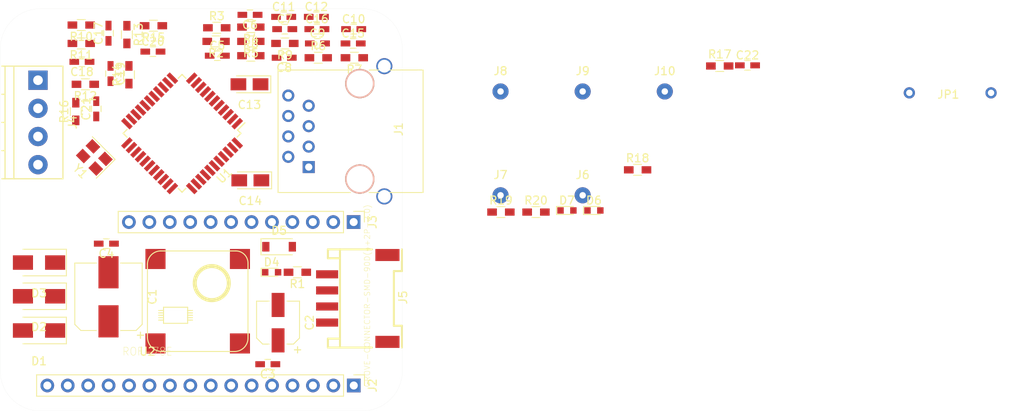
<source format=kicad_pcb>
(kicad_pcb (version 20170123) (host pcbnew "(2017-03-07 revision cf373e543)-makepkg")

  (general
    (links 117)
    (no_connects 112)
    (area 107.742929 36.283 237.462028 91.950933)
    (thickness 1.6)
    (drawings 10)
    (tracks 0)
    (zones 0)
    (modules 63)
    (nets 89)
  )

  (page A4)
  (layers
    (0 F.Cu signal)
    (31 B.Cu signal)
    (32 B.Adhes user)
    (33 F.Adhes user)
    (34 B.Paste user)
    (35 F.Paste user)
    (36 B.SilkS user)
    (37 F.SilkS user)
    (38 B.Mask user)
    (39 F.Mask user)
    (40 Dwgs.User user)
    (41 Cmts.User user)
    (42 Eco1.User user)
    (43 Eco2.User user)
    (44 Edge.Cuts user)
    (45 Margin user)
    (46 B.CrtYd user)
    (47 F.CrtYd user)
    (48 B.Fab user hide)
    (49 F.Fab user hide)
  )

  (setup
    (last_trace_width 0.25)
    (trace_clearance 0.2)
    (zone_clearance 0.508)
    (zone_45_only no)
    (trace_min 0.2)
    (segment_width 0.2)
    (edge_width 0.01)
    (via_size 0.8)
    (via_drill 0.4)
    (via_min_size 0.4)
    (via_min_drill 0.3)
    (uvia_size 0.3)
    (uvia_drill 0.1)
    (uvias_allowed no)
    (uvia_min_size 0.2)
    (uvia_min_drill 0.1)
    (pcb_text_width 0.3)
    (pcb_text_size 1.5 1.5)
    (mod_edge_width 0.15)
    (mod_text_size 1 1)
    (mod_text_width 0.15)
    (pad_size 1.524 1.524)
    (pad_drill 0.762)
    (pad_to_mask_clearance 0.2)
    (aux_axis_origin 0 0)
    (grid_origin 110.001429 39.998355)
    (visible_elements 7FFFFFFF)
    (pcbplotparams
      (layerselection 0x00030_ffffffff)
      (usegerberextensions false)
      (excludeedgelayer true)
      (linewidth 0.100000)
      (plotframeref false)
      (viasonmask false)
      (mode 1)
      (useauxorigin false)
      (hpglpennumber 1)
      (hpglpenspeed 20)
      (hpglpendiameter 15)
      (psnegative false)
      (psa4output false)
      (plotreference true)
      (plotvalue true)
      (plotinvisibletext false)
      (padsonsilk false)
      (subtractmaskfromsilk false)
      (outputformat 1)
      (mirror false)
      (drillshape 1)
      (scaleselection 1)
      (outputdirectory ""))
  )

  (net 0 "")
  (net 1 "Net-(U1-Pad42)")
  (net 2 "Net-(U1-Pad37)")
  (net 3 "Net-(U1-Pad36)")
  (net 4 "Net-(U1-Pad35)")
  (net 5 "Net-(U1-Pad29)")
  (net 6 "Net-(U1-Pad28)")
  (net 7 "Net-(U1-Pad25)")
  (net 8 "Net-(U1-Pad24)")
  (net 9 "Net-(U1-Pad23)")
  (net 10 "Net-(U1-Pad22)")
  (net 11 "Net-(U1-Pad21)")
  (net 12 "Net-(U1-Pad19)")
  (net 13 "Net-(J1-Pad9)")
  (net 14 "Net-(J2-Pad16)")
  (net 15 "Net-(J2-Pad14)")
  (net 16 "Net-(J2-Pad12)")
  (net 17 "Net-(J2-Pad11)")
  (net 18 "Net-(J2-Pad10)")
  (net 19 "Net-(J2-Pad9)")
  (net 20 "Net-(J2-Pad8)")
  (net 21 "Net-(J2-Pad7)")
  (net 22 "Net-(J2-Pad3)")
  (net 23 "Net-(J2-Pad2)")
  (net 24 "Net-(J2-Pad1)")
  (net 25 "Net-(J3-Pad12)")
  (net 26 "Net-(J3-Pad11)")
  (net 27 "Net-(J3-Pad9)")
  (net 28 "Net-(J3-Pad8)")
  (net 29 "Net-(J3-Pad7)")
  (net 30 "Net-(J3-Pad5)")
  (net 31 "Net-(J3-Pad4)")
  (net 32 "Net-(J3-Pad3)")
  (net 33 UA)
  (net 34 UB)
  (net 35 UN)
  (net 36 UC)
  (net 37 "Net-(U2-Pad4)")
  (net 38 "Net-(C1-Pad1)")
  (net 39 "Net-(C2-Pad1)")
  (net 40 "Net-(D4-Pad2)")
  (net 41 "Net-(Y1-Pad4)")
  (net 42 "Net-(Y1-Pad2)")
  (net 43 /V9203/IAP)
  (net 44 /V9203/IAN)
  (net 45 "Net-(C14-Pad2)")
  (net 46 "Net-(C13-Pad2)")
  (net 47 GND)
  (net 48 "Net-(C16-Pad1)")
  (net 49 "Net-(C13-Pad1)")
  (net 50 /V9203/IAP_IN)
  (net 51 /V9203/IAN_IN)
  (net 52 /V9203/IBN_IN)
  (net 53 /V9203/IBP_IN)
  (net 54 /V9203/ICN_IN)
  (net 55 /V9203/ICP_IN)
  (net 56 /V9203/INN_IN)
  (net 57 /V9203/INP_IN)
  (net 58 "Net-(JP1-Pad1)")
  (net 59 "Net-(C21-Pad1)")
  (net 60 "Net-(C20-Pad2)")
  (net 61 /V9203/UAP)
  (net 62 /V9203/UBP)
  (net 63 /V9203/UCP)
  (net 64 MISO)
  (net 65 MOSI)
  (net 66 SCK)
  (net 67 +3V3)
  (net 68 USB)
  (net 69 SCL)
  (net 70 SDA)
  (net 71 /V9203/INN)
  (net 72 /V9203/ICP)
  (net 73 /V9203/ICN)
  (net 74 /V9203/IBN)
  (net 75 /V9203/INP)
  (net 76 /V9203/IBP)
  (net 77 CS)
  (net 78 "Net-(J8-Pad1)")
  (net 79 "Net-(J7-Pad1)")
  (net 80 "Net-(J9-Pad1)")
  (net 81 "Net-(J10-Pad1)")
  (net 82 "Net-(J6-Pad1)")
  (net 83 "Net-(C22-Pad2)")
  (net 84 "Net-(R17-Pad2)")
  (net 85 "Net-(R20-Pad2)")
  (net 86 "Net-(R19-Pad2)")
  (net 87 "Net-(D6-Pad2)")
  (net 88 "Net-(D7-Pad2)")

  (net_class Default "This is the default net class."
    (clearance 0.2)
    (trace_width 0.25)
    (via_dia 0.8)
    (via_drill 0.4)
    (uvia_dia 0.3)
    (uvia_drill 0.1)
    (add_net +3V3)
    (add_net /V9203/IAN)
    (add_net /V9203/IAN_IN)
    (add_net /V9203/IAP)
    (add_net /V9203/IAP_IN)
    (add_net /V9203/IBN)
    (add_net /V9203/IBN_IN)
    (add_net /V9203/IBP)
    (add_net /V9203/IBP_IN)
    (add_net /V9203/ICN)
    (add_net /V9203/ICN_IN)
    (add_net /V9203/ICP)
    (add_net /V9203/ICP_IN)
    (add_net /V9203/INN)
    (add_net /V9203/INN_IN)
    (add_net /V9203/INP)
    (add_net /V9203/INP_IN)
    (add_net /V9203/UAP)
    (add_net /V9203/UBP)
    (add_net /V9203/UCP)
    (add_net CS)
    (add_net GND)
    (add_net MISO)
    (add_net MOSI)
    (add_net "Net-(C1-Pad1)")
    (add_net "Net-(C13-Pad1)")
    (add_net "Net-(C13-Pad2)")
    (add_net "Net-(C14-Pad2)")
    (add_net "Net-(C16-Pad1)")
    (add_net "Net-(C2-Pad1)")
    (add_net "Net-(C20-Pad2)")
    (add_net "Net-(C21-Pad1)")
    (add_net "Net-(C22-Pad2)")
    (add_net "Net-(D4-Pad2)")
    (add_net "Net-(D6-Pad2)")
    (add_net "Net-(D7-Pad2)")
    (add_net "Net-(J1-Pad9)")
    (add_net "Net-(J10-Pad1)")
    (add_net "Net-(J2-Pad1)")
    (add_net "Net-(J2-Pad10)")
    (add_net "Net-(J2-Pad11)")
    (add_net "Net-(J2-Pad12)")
    (add_net "Net-(J2-Pad14)")
    (add_net "Net-(J2-Pad16)")
    (add_net "Net-(J2-Pad2)")
    (add_net "Net-(J2-Pad3)")
    (add_net "Net-(J2-Pad7)")
    (add_net "Net-(J2-Pad8)")
    (add_net "Net-(J2-Pad9)")
    (add_net "Net-(J3-Pad11)")
    (add_net "Net-(J3-Pad12)")
    (add_net "Net-(J3-Pad3)")
    (add_net "Net-(J3-Pad4)")
    (add_net "Net-(J3-Pad5)")
    (add_net "Net-(J3-Pad7)")
    (add_net "Net-(J3-Pad8)")
    (add_net "Net-(J3-Pad9)")
    (add_net "Net-(J6-Pad1)")
    (add_net "Net-(J7-Pad1)")
    (add_net "Net-(J8-Pad1)")
    (add_net "Net-(J9-Pad1)")
    (add_net "Net-(JP1-Pad1)")
    (add_net "Net-(R17-Pad2)")
    (add_net "Net-(R19-Pad2)")
    (add_net "Net-(R20-Pad2)")
    (add_net "Net-(U1-Pad19)")
    (add_net "Net-(U1-Pad21)")
    (add_net "Net-(U1-Pad22)")
    (add_net "Net-(U1-Pad23)")
    (add_net "Net-(U1-Pad24)")
    (add_net "Net-(U1-Pad25)")
    (add_net "Net-(U1-Pad28)")
    (add_net "Net-(U1-Pad29)")
    (add_net "Net-(U1-Pad35)")
    (add_net "Net-(U1-Pad36)")
    (add_net "Net-(U1-Pad37)")
    (add_net "Net-(U1-Pad42)")
    (add_net "Net-(U2-Pad4)")
    (add_net "Net-(Y1-Pad2)")
    (add_net "Net-(Y1-Pad4)")
    (add_net SCK)
    (add_net SCL)
    (add_net SDA)
    (add_net UA)
    (add_net UB)
    (add_net UC)
    (add_net UN)
    (add_net USB)
  )

  (module Capacitors_SMD:C_0603_HandSoldering (layer F.Cu) (tedit 58AA848B) (tstamp 58F21B0A)
    (at 145.373429 42.538355)
    (descr "Capacitor SMD 0603, hand soldering")
    (tags "capacitor 0603")
    (path /58CFD8CC/58D67B5E)
    (attr smd)
    (fp_text reference C7 (at 0 -1.25) (layer F.SilkS)
      (effects (font (size 1 1) (thickness 0.15)))
    )
    (fp_text value C (at 0 1.5) (layer F.Fab)
      (effects (font (size 1 1) (thickness 0.15)))
    )
    (fp_text user %R (at 0 -1.25) (layer F.Fab)
      (effects (font (size 1 1) (thickness 0.15)))
    )
    (fp_line (start -0.8 0.4) (end -0.8 -0.4) (layer F.Fab) (width 0.1))
    (fp_line (start 0.8 0.4) (end -0.8 0.4) (layer F.Fab) (width 0.1))
    (fp_line (start 0.8 -0.4) (end 0.8 0.4) (layer F.Fab) (width 0.1))
    (fp_line (start -0.8 -0.4) (end 0.8 -0.4) (layer F.Fab) (width 0.1))
    (fp_line (start -0.35 -0.6) (end 0.35 -0.6) (layer F.SilkS) (width 0.12))
    (fp_line (start 0.35 0.6) (end -0.35 0.6) (layer F.SilkS) (width 0.12))
    (fp_line (start -1.8 -0.65) (end 1.8 -0.65) (layer F.CrtYd) (width 0.05))
    (fp_line (start -1.8 -0.65) (end -1.8 0.65) (layer F.CrtYd) (width 0.05))
    (fp_line (start 1.8 0.65) (end 1.8 -0.65) (layer F.CrtYd) (width 0.05))
    (fp_line (start 1.8 0.65) (end -1.8 0.65) (layer F.CrtYd) (width 0.05))
    (pad 1 smd rect (at -0.95 0) (size 1.2 0.75) (layers F.Cu F.Paste F.Mask)
      (net 73 /V9203/ICN))
    (pad 2 smd rect (at 0.95 0) (size 1.2 0.75) (layers F.Cu F.Paste F.Mask)
      (net 47 GND))
    (model Capacitors_SMD.3dshapes/C_0603.wrl
      (at (xyz 0 0 0))
      (scale (xyz 1 1 1))
      (rotate (xyz 0 0 0))
    )
  )

  (module Capacitors_SMD:C_0603_HandSoldering (layer F.Cu) (tedit 58AA848B) (tstamp 58F21ADA)
    (at 202.903407 47.039041)
    (descr "Capacitor SMD 0603, hand soldering")
    (tags "capacitor 0603")
    (path /58CFD8CC/58EFC46F)
    (attr smd)
    (fp_text reference C22 (at 0 -1.25) (layer F.SilkS)
      (effects (font (size 1 1) (thickness 0.15)))
    )
    (fp_text value C (at 0 1.5) (layer F.Fab)
      (effects (font (size 1 1) (thickness 0.15)))
    )
    (fp_line (start 1.8 0.65) (end -1.8 0.65) (layer F.CrtYd) (width 0.05))
    (fp_line (start 1.8 0.65) (end 1.8 -0.65) (layer F.CrtYd) (width 0.05))
    (fp_line (start -1.8 -0.65) (end -1.8 0.65) (layer F.CrtYd) (width 0.05))
    (fp_line (start -1.8 -0.65) (end 1.8 -0.65) (layer F.CrtYd) (width 0.05))
    (fp_line (start 0.35 0.6) (end -0.35 0.6) (layer F.SilkS) (width 0.12))
    (fp_line (start -0.35 -0.6) (end 0.35 -0.6) (layer F.SilkS) (width 0.12))
    (fp_line (start -0.8 -0.4) (end 0.8 -0.4) (layer F.Fab) (width 0.1))
    (fp_line (start 0.8 -0.4) (end 0.8 0.4) (layer F.Fab) (width 0.1))
    (fp_line (start 0.8 0.4) (end -0.8 0.4) (layer F.Fab) (width 0.1))
    (fp_line (start -0.8 0.4) (end -0.8 -0.4) (layer F.Fab) (width 0.1))
    (fp_text user %R (at 0 -1.25) (layer F.Fab)
      (effects (font (size 1 1) (thickness 0.15)))
    )
    (pad 2 smd rect (at 0.95 0) (size 1.2 0.75) (layers F.Cu F.Paste F.Mask)
      (net 83 "Net-(C22-Pad2)"))
    (pad 1 smd rect (at -0.95 0) (size 1.2 0.75) (layers F.Cu F.Paste F.Mask)
      (net 47 GND))
    (model Capacitors_SMD.3dshapes/C_0603.wrl
      (at (xyz 0 0 0))
      (scale (xyz 1 1 1))
      (rotate (xyz 0 0 0))
    )
  )

  (module Capacitors_SMD:C_0603_HandSoldering (layer F.Cu) (tedit 58AA848B) (tstamp 58F21AAA)
    (at 128.985429 45.332355)
    (descr "Capacitor SMD 0603, hand soldering")
    (tags "capacitor 0603")
    (path /58CFD8CC/58D8BF44)
    (attr smd)
    (fp_text reference C20 (at 0 -1.25) (layer F.SilkS)
      (effects (font (size 1 1) (thickness 0.15)))
    )
    (fp_text value C (at 0 1.5) (layer F.Fab)
      (effects (font (size 1 1) (thickness 0.15)))
    )
    (fp_text user %R (at 0 -1.25) (layer F.Fab)
      (effects (font (size 1 1) (thickness 0.15)))
    )
    (fp_line (start -0.8 0.4) (end -0.8 -0.4) (layer F.Fab) (width 0.1))
    (fp_line (start 0.8 0.4) (end -0.8 0.4) (layer F.Fab) (width 0.1))
    (fp_line (start 0.8 -0.4) (end 0.8 0.4) (layer F.Fab) (width 0.1))
    (fp_line (start -0.8 -0.4) (end 0.8 -0.4) (layer F.Fab) (width 0.1))
    (fp_line (start -0.35 -0.6) (end 0.35 -0.6) (layer F.SilkS) (width 0.12))
    (fp_line (start 0.35 0.6) (end -0.35 0.6) (layer F.SilkS) (width 0.12))
    (fp_line (start -1.8 -0.65) (end 1.8 -0.65) (layer F.CrtYd) (width 0.05))
    (fp_line (start -1.8 -0.65) (end -1.8 0.65) (layer F.CrtYd) (width 0.05))
    (fp_line (start 1.8 0.65) (end 1.8 -0.65) (layer F.CrtYd) (width 0.05))
    (fp_line (start 1.8 0.65) (end -1.8 0.65) (layer F.CrtYd) (width 0.05))
    (pad 1 smd rect (at -0.95 0) (size 1.2 0.75) (layers F.Cu F.Paste F.Mask)
      (net 47 GND))
    (pad 2 smd rect (at 0.95 0) (size 1.2 0.75) (layers F.Cu F.Paste F.Mask)
      (net 60 "Net-(C20-Pad2)"))
    (model Capacitors_SMD.3dshapes/C_0603.wrl
      (at (xyz 0 0 0))
      (scale (xyz 1 1 1))
      (rotate (xyz 0 0 0))
    )
  )

  (module Capacitors_SMD:C_0603_HandSoldering (layer F.Cu) (tedit 58AA848B) (tstamp 58F21A7A)
    (at 123.717429 48.060355 270)
    (descr "Capacitor SMD 0603, hand soldering")
    (tags "capacitor 0603")
    (path /58CFD8CC/58D88F5E)
    (attr smd)
    (fp_text reference C19 (at 0 -1.25 270) (layer F.SilkS)
      (effects (font (size 1 1) (thickness 0.15)))
    )
    (fp_text value C (at 0 1.5 270) (layer F.Fab)
      (effects (font (size 1 1) (thickness 0.15)))
    )
    (fp_line (start 1.8 0.65) (end -1.8 0.65) (layer F.CrtYd) (width 0.05))
    (fp_line (start 1.8 0.65) (end 1.8 -0.65) (layer F.CrtYd) (width 0.05))
    (fp_line (start -1.8 -0.65) (end -1.8 0.65) (layer F.CrtYd) (width 0.05))
    (fp_line (start -1.8 -0.65) (end 1.8 -0.65) (layer F.CrtYd) (width 0.05))
    (fp_line (start 0.35 0.6) (end -0.35 0.6) (layer F.SilkS) (width 0.12))
    (fp_line (start -0.35 -0.6) (end 0.35 -0.6) (layer F.SilkS) (width 0.12))
    (fp_line (start -0.8 -0.4) (end 0.8 -0.4) (layer F.Fab) (width 0.1))
    (fp_line (start 0.8 -0.4) (end 0.8 0.4) (layer F.Fab) (width 0.1))
    (fp_line (start 0.8 0.4) (end -0.8 0.4) (layer F.Fab) (width 0.1))
    (fp_line (start -0.8 0.4) (end -0.8 -0.4) (layer F.Fab) (width 0.1))
    (fp_text user %R (at 0 -1.25 270) (layer F.Fab)
      (effects (font (size 1 1) (thickness 0.15)))
    )
    (pad 2 smd rect (at 0.95 0 270) (size 1.2 0.75) (layers F.Cu F.Paste F.Mask)
      (net 47 GND))
    (pad 1 smd rect (at -0.95 0 270) (size 1.2 0.75) (layers F.Cu F.Paste F.Mask)
      (net 63 /V9203/UCP))
    (model Capacitors_SMD.3dshapes/C_0603.wrl
      (at (xyz 0 0 0))
      (scale (xyz 1 1 1))
      (rotate (xyz 0 0 0))
    )
  )

  (module Capacitors_SMD:C_0603_HandSoldering (layer F.Cu) (tedit 58AA848B) (tstamp 58F21A4A)
    (at 120.161429 46.602355 180)
    (descr "Capacitor SMD 0603, hand soldering")
    (tags "capacitor 0603")
    (path /58CFD8CC/58D88627)
    (attr smd)
    (fp_text reference C18 (at 0 -1.25 180) (layer F.SilkS)
      (effects (font (size 1 1) (thickness 0.15)))
    )
    (fp_text value C (at 0 1.5 180) (layer F.Fab)
      (effects (font (size 1 1) (thickness 0.15)))
    )
    (fp_text user %R (at 0 -1.25 180) (layer F.Fab)
      (effects (font (size 1 1) (thickness 0.15)))
    )
    (fp_line (start -0.8 0.4) (end -0.8 -0.4) (layer F.Fab) (width 0.1))
    (fp_line (start 0.8 0.4) (end -0.8 0.4) (layer F.Fab) (width 0.1))
    (fp_line (start 0.8 -0.4) (end 0.8 0.4) (layer F.Fab) (width 0.1))
    (fp_line (start -0.8 -0.4) (end 0.8 -0.4) (layer F.Fab) (width 0.1))
    (fp_line (start -0.35 -0.6) (end 0.35 -0.6) (layer F.SilkS) (width 0.12))
    (fp_line (start 0.35 0.6) (end -0.35 0.6) (layer F.SilkS) (width 0.12))
    (fp_line (start -1.8 -0.65) (end 1.8 -0.65) (layer F.CrtYd) (width 0.05))
    (fp_line (start -1.8 -0.65) (end -1.8 0.65) (layer F.CrtYd) (width 0.05))
    (fp_line (start 1.8 0.65) (end 1.8 -0.65) (layer F.CrtYd) (width 0.05))
    (fp_line (start 1.8 0.65) (end -1.8 0.65) (layer F.CrtYd) (width 0.05))
    (pad 1 smd rect (at -0.95 0 180) (size 1.2 0.75) (layers F.Cu F.Paste F.Mask)
      (net 62 /V9203/UBP))
    (pad 2 smd rect (at 0.95 0 180) (size 1.2 0.75) (layers F.Cu F.Paste F.Mask)
      (net 47 GND))
    (model Capacitors_SMD.3dshapes/C_0603.wrl
      (at (xyz 0 0 0))
      (scale (xyz 1 1 1))
      (rotate (xyz 0 0 0))
    )
  )

  (module Capacitors_SMD:C_0603_HandSoldering (layer F.Cu) (tedit 58AA848B) (tstamp 58F21A1A)
    (at 149.371429 42.538355)
    (descr "Capacitor SMD 0603, hand soldering")
    (tags "capacitor 0603")
    (path /58CFD8CC/58D7B461)
    (attr smd)
    (fp_text reference C16 (at 0 -1.25) (layer F.SilkS)
      (effects (font (size 1 1) (thickness 0.15)))
    )
    (fp_text value C (at 0 1.5) (layer F.Fab)
      (effects (font (size 1 1) (thickness 0.15)))
    )
    (fp_line (start 1.8 0.65) (end -1.8 0.65) (layer F.CrtYd) (width 0.05))
    (fp_line (start 1.8 0.65) (end 1.8 -0.65) (layer F.CrtYd) (width 0.05))
    (fp_line (start -1.8 -0.65) (end -1.8 0.65) (layer F.CrtYd) (width 0.05))
    (fp_line (start -1.8 -0.65) (end 1.8 -0.65) (layer F.CrtYd) (width 0.05))
    (fp_line (start 0.35 0.6) (end -0.35 0.6) (layer F.SilkS) (width 0.12))
    (fp_line (start -0.35 -0.6) (end 0.35 -0.6) (layer F.SilkS) (width 0.12))
    (fp_line (start -0.8 -0.4) (end 0.8 -0.4) (layer F.Fab) (width 0.1))
    (fp_line (start 0.8 -0.4) (end 0.8 0.4) (layer F.Fab) (width 0.1))
    (fp_line (start 0.8 0.4) (end -0.8 0.4) (layer F.Fab) (width 0.1))
    (fp_line (start -0.8 0.4) (end -0.8 -0.4) (layer F.Fab) (width 0.1))
    (fp_text user %R (at 0 -1.25) (layer F.Fab)
      (effects (font (size 1 1) (thickness 0.15)))
    )
    (pad 2 smd rect (at 0.95 0) (size 1.2 0.75) (layers F.Cu F.Paste F.Mask)
      (net 47 GND))
    (pad 1 smd rect (at -0.95 0) (size 1.2 0.75) (layers F.Cu F.Paste F.Mask)
      (net 48 "Net-(C16-Pad1)"))
    (model Capacitors_SMD.3dshapes/C_0603.wrl
      (at (xyz 0 0 0))
      (scale (xyz 1 1 1))
      (rotate (xyz 0 0 0))
    )
  )

  (module Capacitors_SMD:C_0603_HandSoldering (layer F.Cu) (tedit 58AA848B) (tstamp 58F219EA)
    (at 153.877429 44.316355)
    (descr "Capacitor SMD 0603, hand soldering")
    (tags "capacitor 0603")
    (path /58CFD8CC/58D7C509)
    (attr smd)
    (fp_text reference C15 (at 0 -1.25) (layer F.SilkS)
      (effects (font (size 1 1) (thickness 0.15)))
    )
    (fp_text value C (at 0 1.5) (layer F.Fab)
      (effects (font (size 1 1) (thickness 0.15)))
    )
    (fp_text user %R (at 0 -1.25) (layer F.Fab)
      (effects (font (size 1 1) (thickness 0.15)))
    )
    (fp_line (start -0.8 0.4) (end -0.8 -0.4) (layer F.Fab) (width 0.1))
    (fp_line (start 0.8 0.4) (end -0.8 0.4) (layer F.Fab) (width 0.1))
    (fp_line (start 0.8 -0.4) (end 0.8 0.4) (layer F.Fab) (width 0.1))
    (fp_line (start -0.8 -0.4) (end 0.8 -0.4) (layer F.Fab) (width 0.1))
    (fp_line (start -0.35 -0.6) (end 0.35 -0.6) (layer F.SilkS) (width 0.12))
    (fp_line (start 0.35 0.6) (end -0.35 0.6) (layer F.SilkS) (width 0.12))
    (fp_line (start -1.8 -0.65) (end 1.8 -0.65) (layer F.CrtYd) (width 0.05))
    (fp_line (start -1.8 -0.65) (end -1.8 0.65) (layer F.CrtYd) (width 0.05))
    (fp_line (start 1.8 0.65) (end 1.8 -0.65) (layer F.CrtYd) (width 0.05))
    (fp_line (start 1.8 0.65) (end -1.8 0.65) (layer F.CrtYd) (width 0.05))
    (pad 1 smd rect (at -0.95 0) (size 1.2 0.75) (layers F.Cu F.Paste F.Mask)
      (net 49 "Net-(C13-Pad1)"))
    (pad 2 smd rect (at 0.95 0) (size 1.2 0.75) (layers F.Cu F.Paste F.Mask)
      (net 45 "Net-(C14-Pad2)"))
    (model Capacitors_SMD.3dshapes/C_0603.wrl
      (at (xyz 0 0 0))
      (scale (xyz 1 1 1))
      (rotate (xyz 0 0 0))
    )
  )

  (module Capacitors_SMD:C_0603_HandSoldering (layer F.Cu) (tedit 58AA848B) (tstamp 58F219BA)
    (at 149.305429 41.014355)
    (descr "Capacitor SMD 0603, hand soldering")
    (tags "capacitor 0603")
    (path /58CFD8CC/58D67D9E)
    (attr smd)
    (fp_text reference C12 (at 0 -1.25) (layer F.SilkS)
      (effects (font (size 1 1) (thickness 0.15)))
    )
    (fp_text value C (at 0 1.5) (layer F.Fab)
      (effects (font (size 1 1) (thickness 0.15)))
    )
    (fp_line (start 1.8 0.65) (end -1.8 0.65) (layer F.CrtYd) (width 0.05))
    (fp_line (start 1.8 0.65) (end 1.8 -0.65) (layer F.CrtYd) (width 0.05))
    (fp_line (start -1.8 -0.65) (end -1.8 0.65) (layer F.CrtYd) (width 0.05))
    (fp_line (start -1.8 -0.65) (end 1.8 -0.65) (layer F.CrtYd) (width 0.05))
    (fp_line (start 0.35 0.6) (end -0.35 0.6) (layer F.SilkS) (width 0.12))
    (fp_line (start -0.35 -0.6) (end 0.35 -0.6) (layer F.SilkS) (width 0.12))
    (fp_line (start -0.8 -0.4) (end 0.8 -0.4) (layer F.Fab) (width 0.1))
    (fp_line (start 0.8 -0.4) (end 0.8 0.4) (layer F.Fab) (width 0.1))
    (fp_line (start 0.8 0.4) (end -0.8 0.4) (layer F.Fab) (width 0.1))
    (fp_line (start -0.8 0.4) (end -0.8 -0.4) (layer F.Fab) (width 0.1))
    (fp_text user %R (at 0 -1.25) (layer F.Fab)
      (effects (font (size 1 1) (thickness 0.15)))
    )
    (pad 2 smd rect (at 0.95 0) (size 1.2 0.75) (layers F.Cu F.Paste F.Mask)
      (net 75 /V9203/INP))
    (pad 1 smd rect (at -0.95 0) (size 1.2 0.75) (layers F.Cu F.Paste F.Mask)
      (net 47 GND))
    (model Capacitors_SMD.3dshapes/C_0603.wrl
      (at (xyz 0 0 0))
      (scale (xyz 1 1 1))
      (rotate (xyz 0 0 0))
    )
  )

  (module Capacitors_SMD:C_0603_HandSoldering (layer F.Cu) (tedit 58AA848B) (tstamp 58F2198A)
    (at 145.241429 41.014355)
    (descr "Capacitor SMD 0603, hand soldering")
    (tags "capacitor 0603")
    (path /58CFD8CC/58D67D5C)
    (attr smd)
    (fp_text reference C11 (at 0 -1.25) (layer F.SilkS)
      (effects (font (size 1 1) (thickness 0.15)))
    )
    (fp_text value C (at 0 1.5) (layer F.Fab)
      (effects (font (size 1 1) (thickness 0.15)))
    )
    (fp_text user %R (at 0 -1.25) (layer F.Fab)
      (effects (font (size 1 1) (thickness 0.15)))
    )
    (fp_line (start -0.8 0.4) (end -0.8 -0.4) (layer F.Fab) (width 0.1))
    (fp_line (start 0.8 0.4) (end -0.8 0.4) (layer F.Fab) (width 0.1))
    (fp_line (start 0.8 -0.4) (end 0.8 0.4) (layer F.Fab) (width 0.1))
    (fp_line (start -0.8 -0.4) (end 0.8 -0.4) (layer F.Fab) (width 0.1))
    (fp_line (start -0.35 -0.6) (end 0.35 -0.6) (layer F.SilkS) (width 0.12))
    (fp_line (start 0.35 0.6) (end -0.35 0.6) (layer F.SilkS) (width 0.12))
    (fp_line (start -1.8 -0.65) (end 1.8 -0.65) (layer F.CrtYd) (width 0.05))
    (fp_line (start -1.8 -0.65) (end -1.8 0.65) (layer F.CrtYd) (width 0.05))
    (fp_line (start 1.8 0.65) (end 1.8 -0.65) (layer F.CrtYd) (width 0.05))
    (fp_line (start 1.8 0.65) (end -1.8 0.65) (layer F.CrtYd) (width 0.05))
    (pad 1 smd rect (at -0.95 0) (size 1.2 0.75) (layers F.Cu F.Paste F.Mask)
      (net 71 /V9203/INN))
    (pad 2 smd rect (at 0.95 0) (size 1.2 0.75) (layers F.Cu F.Paste F.Mask)
      (net 47 GND))
    (model Capacitors_SMD.3dshapes/C_0603.wrl
      (at (xyz 0 0 0))
      (scale (xyz 1 1 1))
      (rotate (xyz 0 0 0))
    )
  )

  (module Capacitors_SMD:C_0603_HandSoldering (layer F.Cu) (tedit 58AA848B) (tstamp 58F2195A)
    (at 153.943429 42.538355)
    (descr "Capacitor SMD 0603, hand soldering")
    (tags "capacitor 0603")
    (path /58CFD8CC/58D679CE)
    (attr smd)
    (fp_text reference C10 (at 0 -1.25) (layer F.SilkS)
      (effects (font (size 1 1) (thickness 0.15)))
    )
    (fp_text value C (at 0 1.5) (layer F.Fab)
      (effects (font (size 1 1) (thickness 0.15)))
    )
    (fp_line (start 1.8 0.65) (end -1.8 0.65) (layer F.CrtYd) (width 0.05))
    (fp_line (start 1.8 0.65) (end 1.8 -0.65) (layer F.CrtYd) (width 0.05))
    (fp_line (start -1.8 -0.65) (end -1.8 0.65) (layer F.CrtYd) (width 0.05))
    (fp_line (start -1.8 -0.65) (end 1.8 -0.65) (layer F.CrtYd) (width 0.05))
    (fp_line (start 0.35 0.6) (end -0.35 0.6) (layer F.SilkS) (width 0.12))
    (fp_line (start -0.35 -0.6) (end 0.35 -0.6) (layer F.SilkS) (width 0.12))
    (fp_line (start -0.8 -0.4) (end 0.8 -0.4) (layer F.Fab) (width 0.1))
    (fp_line (start 0.8 -0.4) (end 0.8 0.4) (layer F.Fab) (width 0.1))
    (fp_line (start 0.8 0.4) (end -0.8 0.4) (layer F.Fab) (width 0.1))
    (fp_line (start -0.8 0.4) (end -0.8 -0.4) (layer F.Fab) (width 0.1))
    (fp_text user %R (at 0 -1.25) (layer F.Fab)
      (effects (font (size 1 1) (thickness 0.15)))
    )
    (pad 2 smd rect (at 0.95 0) (size 1.2 0.75) (layers F.Cu F.Paste F.Mask)
      (net 76 /V9203/IBP))
    (pad 1 smd rect (at -0.95 0) (size 1.2 0.75) (layers F.Cu F.Paste F.Mask)
      (net 47 GND))
    (model Capacitors_SMD.3dshapes/C_0603.wrl
      (at (xyz 0 0 0))
      (scale (xyz 1 1 1))
      (rotate (xyz 0 0 0))
    )
  )

  (module Capacitors_SMD:C_0603_HandSoldering (layer F.Cu) (tedit 58AA848B) (tstamp 58F2192A)
    (at 149.437429 44.316355)
    (descr "Capacitor SMD 0603, hand soldering")
    (tags "capacitor 0603")
    (path /58CFD8CC/58D67992)
    (attr smd)
    (fp_text reference C9 (at 0 -1.25) (layer F.SilkS)
      (effects (font (size 1 1) (thickness 0.15)))
    )
    (fp_text value C (at 0 1.5) (layer F.Fab)
      (effects (font (size 1 1) (thickness 0.15)))
    )
    (fp_text user %R (at 0 -1.25) (layer F.Fab)
      (effects (font (size 1 1) (thickness 0.15)))
    )
    (fp_line (start -0.8 0.4) (end -0.8 -0.4) (layer F.Fab) (width 0.1))
    (fp_line (start 0.8 0.4) (end -0.8 0.4) (layer F.Fab) (width 0.1))
    (fp_line (start 0.8 -0.4) (end 0.8 0.4) (layer F.Fab) (width 0.1))
    (fp_line (start -0.8 -0.4) (end 0.8 -0.4) (layer F.Fab) (width 0.1))
    (fp_line (start -0.35 -0.6) (end 0.35 -0.6) (layer F.SilkS) (width 0.12))
    (fp_line (start 0.35 0.6) (end -0.35 0.6) (layer F.SilkS) (width 0.12))
    (fp_line (start -1.8 -0.65) (end 1.8 -0.65) (layer F.CrtYd) (width 0.05))
    (fp_line (start -1.8 -0.65) (end -1.8 0.65) (layer F.CrtYd) (width 0.05))
    (fp_line (start 1.8 0.65) (end 1.8 -0.65) (layer F.CrtYd) (width 0.05))
    (fp_line (start 1.8 0.65) (end -1.8 0.65) (layer F.CrtYd) (width 0.05))
    (pad 1 smd rect (at -0.95 0) (size 1.2 0.75) (layers F.Cu F.Paste F.Mask)
      (net 74 /V9203/IBN))
    (pad 2 smd rect (at 0.95 0) (size 1.2 0.75) (layers F.Cu F.Paste F.Mask)
      (net 47 GND))
    (model Capacitors_SMD.3dshapes/C_0603.wrl
      (at (xyz 0 0 0))
      (scale (xyz 1 1 1))
      (rotate (xyz 0 0 0))
    )
  )

  (module Capacitors_SMD:C_0603_HandSoldering (layer F.Cu) (tedit 58AA848B) (tstamp 58F218FA)
    (at 145.307429 46.094355 180)
    (descr "Capacitor SMD 0603, hand soldering")
    (tags "capacitor 0603")
    (path /58CFD8CC/58D67B96)
    (attr smd)
    (fp_text reference C8 (at 0 -1.25 180) (layer F.SilkS)
      (effects (font (size 1 1) (thickness 0.15)))
    )
    (fp_text value C (at 0 1.5 180) (layer F.Fab)
      (effects (font (size 1 1) (thickness 0.15)))
    )
    (fp_line (start 1.8 0.65) (end -1.8 0.65) (layer F.CrtYd) (width 0.05))
    (fp_line (start 1.8 0.65) (end 1.8 -0.65) (layer F.CrtYd) (width 0.05))
    (fp_line (start -1.8 -0.65) (end -1.8 0.65) (layer F.CrtYd) (width 0.05))
    (fp_line (start -1.8 -0.65) (end 1.8 -0.65) (layer F.CrtYd) (width 0.05))
    (fp_line (start 0.35 0.6) (end -0.35 0.6) (layer F.SilkS) (width 0.12))
    (fp_line (start -0.35 -0.6) (end 0.35 -0.6) (layer F.SilkS) (width 0.12))
    (fp_line (start -0.8 -0.4) (end 0.8 -0.4) (layer F.Fab) (width 0.1))
    (fp_line (start 0.8 -0.4) (end 0.8 0.4) (layer F.Fab) (width 0.1))
    (fp_line (start 0.8 0.4) (end -0.8 0.4) (layer F.Fab) (width 0.1))
    (fp_line (start -0.8 0.4) (end -0.8 -0.4) (layer F.Fab) (width 0.1))
    (fp_text user %R (at 0 -1.25 180) (layer F.Fab)
      (effects (font (size 1 1) (thickness 0.15)))
    )
    (pad 2 smd rect (at 0.95 0 180) (size 1.2 0.75) (layers F.Cu F.Paste F.Mask)
      (net 72 /V9203/ICP))
    (pad 1 smd rect (at -0.95 0 180) (size 1.2 0.75) (layers F.Cu F.Paste F.Mask)
      (net 47 GND))
    (model Capacitors_SMD.3dshapes/C_0603.wrl
      (at (xyz 0 0 0))
      (scale (xyz 1 1 1))
      (rotate (xyz 0 0 0))
    )
  )

  (module Capacitors_SMD:C_0603_HandSoldering (layer F.Cu) (tedit 58AA848B) (tstamp 58F218CA)
    (at 141.055429 40.760355 180)
    (descr "Capacitor SMD 0603, hand soldering")
    (tags "capacitor 0603")
    (path /58CFD8CC/58D67329)
    (attr smd)
    (fp_text reference C6 (at 0 -1.25 180) (layer F.SilkS)
      (effects (font (size 1 1) (thickness 0.15)))
    )
    (fp_text value C (at 0 1.5 180) (layer F.Fab)
      (effects (font (size 1 1) (thickness 0.15)))
    )
    (fp_text user %R (at 0 -1.25 180) (layer F.Fab)
      (effects (font (size 1 1) (thickness 0.15)))
    )
    (fp_line (start -0.8 0.4) (end -0.8 -0.4) (layer F.Fab) (width 0.1))
    (fp_line (start 0.8 0.4) (end -0.8 0.4) (layer F.Fab) (width 0.1))
    (fp_line (start 0.8 -0.4) (end 0.8 0.4) (layer F.Fab) (width 0.1))
    (fp_line (start -0.8 -0.4) (end 0.8 -0.4) (layer F.Fab) (width 0.1))
    (fp_line (start -0.35 -0.6) (end 0.35 -0.6) (layer F.SilkS) (width 0.12))
    (fp_line (start 0.35 0.6) (end -0.35 0.6) (layer F.SilkS) (width 0.12))
    (fp_line (start -1.8 -0.65) (end 1.8 -0.65) (layer F.CrtYd) (width 0.05))
    (fp_line (start -1.8 -0.65) (end -1.8 0.65) (layer F.CrtYd) (width 0.05))
    (fp_line (start 1.8 0.65) (end 1.8 -0.65) (layer F.CrtYd) (width 0.05))
    (fp_line (start 1.8 0.65) (end -1.8 0.65) (layer F.CrtYd) (width 0.05))
    (pad 1 smd rect (at -0.95 0 180) (size 1.2 0.75) (layers F.Cu F.Paste F.Mask)
      (net 47 GND))
    (pad 2 smd rect (at 0.95 0 180) (size 1.2 0.75) (layers F.Cu F.Paste F.Mask)
      (net 43 /V9203/IAP))
    (model Capacitors_SMD.3dshapes/C_0603.wrl
      (at (xyz 0 0 0))
      (scale (xyz 1 1 1))
      (rotate (xyz 0 0 0))
    )
  )

  (module Capacitors_SMD:C_0603_HandSoldering (layer F.Cu) (tedit 58AA848B) (tstamp 58F2189A)
    (at 136.991429 45.840355)
    (descr "Capacitor SMD 0603, hand soldering")
    (tags "capacitor 0603")
    (path /58CFD8CC/58D672ED)
    (attr smd)
    (fp_text reference C5 (at 0 -1.25) (layer F.SilkS)
      (effects (font (size 1 1) (thickness 0.15)))
    )
    (fp_text value C (at 0 1.5) (layer F.Fab)
      (effects (font (size 1 1) (thickness 0.15)))
    )
    (fp_line (start 1.8 0.65) (end -1.8 0.65) (layer F.CrtYd) (width 0.05))
    (fp_line (start 1.8 0.65) (end 1.8 -0.65) (layer F.CrtYd) (width 0.05))
    (fp_line (start -1.8 -0.65) (end -1.8 0.65) (layer F.CrtYd) (width 0.05))
    (fp_line (start -1.8 -0.65) (end 1.8 -0.65) (layer F.CrtYd) (width 0.05))
    (fp_line (start 0.35 0.6) (end -0.35 0.6) (layer F.SilkS) (width 0.12))
    (fp_line (start -0.35 -0.6) (end 0.35 -0.6) (layer F.SilkS) (width 0.12))
    (fp_line (start -0.8 -0.4) (end 0.8 -0.4) (layer F.Fab) (width 0.1))
    (fp_line (start 0.8 -0.4) (end 0.8 0.4) (layer F.Fab) (width 0.1))
    (fp_line (start 0.8 0.4) (end -0.8 0.4) (layer F.Fab) (width 0.1))
    (fp_line (start -0.8 0.4) (end -0.8 -0.4) (layer F.Fab) (width 0.1))
    (fp_text user %R (at 0 -1.25) (layer F.Fab)
      (effects (font (size 1 1) (thickness 0.15)))
    )
    (pad 2 smd rect (at 0.95 0) (size 1.2 0.75) (layers F.Cu F.Paste F.Mask)
      (net 47 GND))
    (pad 1 smd rect (at -0.95 0) (size 1.2 0.75) (layers F.Cu F.Paste F.Mask)
      (net 44 /V9203/IAN))
    (model Capacitors_SMD.3dshapes/C_0603.wrl
      (at (xyz 0 0 0))
      (scale (xyz 1 1 1))
      (rotate (xyz 0 0 0))
    )
  )

  (module Capacitors_SMD:C_0603_HandSoldering (layer F.Cu) (tedit 58AA848B) (tstamp 58F2186A)
    (at 123.197429 69.208355 180)
    (descr "Capacitor SMD 0603, hand soldering")
    (tags "capacitor 0603")
    (path /58CFDB70/58D6167B)
    (attr smd)
    (fp_text reference C4 (at 0 -1.25 180) (layer F.SilkS)
      (effects (font (size 1 1) (thickness 0.15)))
    )
    (fp_text value C (at 0 1.5 180) (layer F.Fab)
      (effects (font (size 1 1) (thickness 0.15)))
    )
    (fp_text user %R (at 0 -1.25 180) (layer F.Fab)
      (effects (font (size 1 1) (thickness 0.15)))
    )
    (fp_line (start -0.8 0.4) (end -0.8 -0.4) (layer F.Fab) (width 0.1))
    (fp_line (start 0.8 0.4) (end -0.8 0.4) (layer F.Fab) (width 0.1))
    (fp_line (start 0.8 -0.4) (end 0.8 0.4) (layer F.Fab) (width 0.1))
    (fp_line (start -0.8 -0.4) (end 0.8 -0.4) (layer F.Fab) (width 0.1))
    (fp_line (start -0.35 -0.6) (end 0.35 -0.6) (layer F.SilkS) (width 0.12))
    (fp_line (start 0.35 0.6) (end -0.35 0.6) (layer F.SilkS) (width 0.12))
    (fp_line (start -1.8 -0.65) (end 1.8 -0.65) (layer F.CrtYd) (width 0.05))
    (fp_line (start -1.8 -0.65) (end -1.8 0.65) (layer F.CrtYd) (width 0.05))
    (fp_line (start 1.8 0.65) (end 1.8 -0.65) (layer F.CrtYd) (width 0.05))
    (fp_line (start 1.8 0.65) (end -1.8 0.65) (layer F.CrtYd) (width 0.05))
    (pad 1 smd rect (at -0.95 0 180) (size 1.2 0.75) (layers F.Cu F.Paste F.Mask)
      (net 38 "Net-(C1-Pad1)"))
    (pad 2 smd rect (at 0.95 0 180) (size 1.2 0.75) (layers F.Cu F.Paste F.Mask)
      (net 47 GND))
    (model Capacitors_SMD.3dshapes/C_0603.wrl
      (at (xyz 0 0 0))
      (scale (xyz 1 1 1))
      (rotate (xyz 0 0 0))
    )
  )

  (module Capacitors_SMD:C_0603_HandSoldering (layer F.Cu) (tedit 58AA848B) (tstamp 58F2183A)
    (at 143.263429 84.194355 180)
    (descr "Capacitor SMD 0603, hand soldering")
    (tags "capacitor 0603")
    (path /58CFDB70/58D6162F)
    (attr smd)
    (fp_text reference C3 (at 0 -1.25 180) (layer F.SilkS)
      (effects (font (size 1 1) (thickness 0.15)))
    )
    (fp_text value C (at 0 1.5 180) (layer F.Fab)
      (effects (font (size 1 1) (thickness 0.15)))
    )
    (fp_line (start 1.8 0.65) (end -1.8 0.65) (layer F.CrtYd) (width 0.05))
    (fp_line (start 1.8 0.65) (end 1.8 -0.65) (layer F.CrtYd) (width 0.05))
    (fp_line (start -1.8 -0.65) (end -1.8 0.65) (layer F.CrtYd) (width 0.05))
    (fp_line (start -1.8 -0.65) (end 1.8 -0.65) (layer F.CrtYd) (width 0.05))
    (fp_line (start 0.35 0.6) (end -0.35 0.6) (layer F.SilkS) (width 0.12))
    (fp_line (start -0.35 -0.6) (end 0.35 -0.6) (layer F.SilkS) (width 0.12))
    (fp_line (start -0.8 -0.4) (end 0.8 -0.4) (layer F.Fab) (width 0.1))
    (fp_line (start 0.8 -0.4) (end 0.8 0.4) (layer F.Fab) (width 0.1))
    (fp_line (start 0.8 0.4) (end -0.8 0.4) (layer F.Fab) (width 0.1))
    (fp_line (start -0.8 0.4) (end -0.8 -0.4) (layer F.Fab) (width 0.1))
    (fp_text user %R (at 0 -1.25 180) (layer F.Fab)
      (effects (font (size 1 1) (thickness 0.15)))
    )
    (pad 2 smd rect (at 0.95 0 180) (size 1.2 0.75) (layers F.Cu F.Paste F.Mask)
      (net 47 GND))
    (pad 1 smd rect (at -0.95 0 180) (size 1.2 0.75) (layers F.Cu F.Paste F.Mask)
      (net 39 "Net-(C2-Pad1)"))
    (model Capacitors_SMD.3dshapes/C_0603.wrl
      (at (xyz 0 0 0))
      (scale (xyz 1 1 1))
      (rotate (xyz 0 0 0))
    )
  )

  (module Capacitors_SMD:C_0603_HandSoldering (layer F.Cu) (tedit 58AA848B) (tstamp 58F2180A)
    (at 121.939429 52.444355 90)
    (descr "Capacitor SMD 0603, hand soldering")
    (tags "capacitor 0603")
    (path /58CFD8CC/58D8AFC9)
    (attr smd)
    (fp_text reference C21 (at 0 -1.25 90) (layer F.SilkS)
      (effects (font (size 1 1) (thickness 0.15)))
    )
    (fp_text value C (at 0 1.5 90) (layer F.Fab)
      (effects (font (size 1 1) (thickness 0.15)))
    )
    (fp_text user %R (at 0 -1.25 90) (layer F.Fab)
      (effects (font (size 1 1) (thickness 0.15)))
    )
    (fp_line (start -0.8 0.4) (end -0.8 -0.4) (layer F.Fab) (width 0.1))
    (fp_line (start 0.8 0.4) (end -0.8 0.4) (layer F.Fab) (width 0.1))
    (fp_line (start 0.8 -0.4) (end 0.8 0.4) (layer F.Fab) (width 0.1))
    (fp_line (start -0.8 -0.4) (end 0.8 -0.4) (layer F.Fab) (width 0.1))
    (fp_line (start -0.35 -0.6) (end 0.35 -0.6) (layer F.SilkS) (width 0.12))
    (fp_line (start 0.35 0.6) (end -0.35 0.6) (layer F.SilkS) (width 0.12))
    (fp_line (start -1.8 -0.65) (end 1.8 -0.65) (layer F.CrtYd) (width 0.05))
    (fp_line (start -1.8 -0.65) (end -1.8 0.65) (layer F.CrtYd) (width 0.05))
    (fp_line (start 1.8 0.65) (end 1.8 -0.65) (layer F.CrtYd) (width 0.05))
    (fp_line (start 1.8 0.65) (end -1.8 0.65) (layer F.CrtYd) (width 0.05))
    (pad 1 smd rect (at -0.95 0 90) (size 1.2 0.75) (layers F.Cu F.Paste F.Mask)
      (net 59 "Net-(C21-Pad1)"))
    (pad 2 smd rect (at 0.95 0 90) (size 1.2 0.75) (layers F.Cu F.Paste F.Mask)
      (net 47 GND))
    (model Capacitors_SMD.3dshapes/C_0603.wrl
      (at (xyz 0 0 0))
      (scale (xyz 1 1 1))
      (rotate (xyz 0 0 0))
    )
  )

  (module Capacitors_SMD:C_0603_HandSoldering (layer F.Cu) (tedit 58AA848B) (tstamp 58F217DA)
    (at 123.463429 43.046355 90)
    (descr "Capacitor SMD 0603, hand soldering")
    (tags "capacitor 0603")
    (path /58CFD8CC/58D884B4)
    (attr smd)
    (fp_text reference C17 (at 0 -1.25 90) (layer F.SilkS)
      (effects (font (size 1 1) (thickness 0.15)))
    )
    (fp_text value C (at 0 1.5 90) (layer F.Fab)
      (effects (font (size 1 1) (thickness 0.15)))
    )
    (fp_line (start 1.8 0.65) (end -1.8 0.65) (layer F.CrtYd) (width 0.05))
    (fp_line (start 1.8 0.65) (end 1.8 -0.65) (layer F.CrtYd) (width 0.05))
    (fp_line (start -1.8 -0.65) (end -1.8 0.65) (layer F.CrtYd) (width 0.05))
    (fp_line (start -1.8 -0.65) (end 1.8 -0.65) (layer F.CrtYd) (width 0.05))
    (fp_line (start 0.35 0.6) (end -0.35 0.6) (layer F.SilkS) (width 0.12))
    (fp_line (start -0.35 -0.6) (end 0.35 -0.6) (layer F.SilkS) (width 0.12))
    (fp_line (start -0.8 -0.4) (end 0.8 -0.4) (layer F.Fab) (width 0.1))
    (fp_line (start 0.8 -0.4) (end 0.8 0.4) (layer F.Fab) (width 0.1))
    (fp_line (start 0.8 0.4) (end -0.8 0.4) (layer F.Fab) (width 0.1))
    (fp_line (start -0.8 0.4) (end -0.8 -0.4) (layer F.Fab) (width 0.1))
    (fp_text user %R (at 0 -1.25 90) (layer F.Fab)
      (effects (font (size 1 1) (thickness 0.15)))
    )
    (pad 2 smd rect (at 0.95 0 90) (size 1.2 0.75) (layers F.Cu F.Paste F.Mask)
      (net 47 GND))
    (pad 1 smd rect (at -0.95 0 90) (size 1.2 0.75) (layers F.Cu F.Paste F.Mask)
      (net 61 /V9203/UAP))
    (model Capacitors_SMD.3dshapes/C_0603.wrl
      (at (xyz 0 0 0))
      (scale (xyz 1 1 1))
      (rotate (xyz 0 0 0))
    )
  )

  (module LEDs:LED_0603 (layer F.Cu) (tedit 57FE93A5) (tstamp 58F215B1)
    (at 183.810823 65.081138)
    (descr "LED 0603 smd package")
    (tags "LED led 0603 SMD smd SMT smt smdled SMDLED smtled SMTLED")
    (path /58CFD8CC/58EF8809)
    (attr smd)
    (fp_text reference D6 (at 0 -1.25) (layer F.SilkS)
      (effects (font (size 1 1) (thickness 0.15)))
    )
    (fp_text value LED (at 0 1.35) (layer F.Fab)
      (effects (font (size 1 1) (thickness 0.15)))
    )
    (fp_line (start -1.3 -0.5) (end -1.3 0.5) (layer F.SilkS) (width 0.12))
    (fp_line (start -0.2 -0.2) (end -0.2 0.2) (layer F.Fab) (width 0.1))
    (fp_line (start -0.15 0) (end 0.15 -0.2) (layer F.Fab) (width 0.1))
    (fp_line (start 0.15 0.2) (end -0.15 0) (layer F.Fab) (width 0.1))
    (fp_line (start 0.15 -0.2) (end 0.15 0.2) (layer F.Fab) (width 0.1))
    (fp_line (start 0.8 0.4) (end -0.8 0.4) (layer F.Fab) (width 0.1))
    (fp_line (start 0.8 -0.4) (end 0.8 0.4) (layer F.Fab) (width 0.1))
    (fp_line (start -0.8 -0.4) (end 0.8 -0.4) (layer F.Fab) (width 0.1))
    (fp_line (start -0.8 0.4) (end -0.8 -0.4) (layer F.Fab) (width 0.1))
    (fp_line (start -1.3 0.5) (end 0.8 0.5) (layer F.SilkS) (width 0.12))
    (fp_line (start -1.3 -0.5) (end 0.8 -0.5) (layer F.SilkS) (width 0.12))
    (fp_line (start 1.45 -0.65) (end 1.45 0.65) (layer F.CrtYd) (width 0.05))
    (fp_line (start 1.45 0.65) (end -1.45 0.65) (layer F.CrtYd) (width 0.05))
    (fp_line (start -1.45 0.65) (end -1.45 -0.65) (layer F.CrtYd) (width 0.05))
    (fp_line (start -1.45 -0.65) (end 1.45 -0.65) (layer F.CrtYd) (width 0.05))
    (pad 2 smd rect (at 0.8 0 180) (size 0.8 0.8) (layers F.Cu F.Paste F.Mask)
      (net 87 "Net-(D6-Pad2)"))
    (pad 1 smd rect (at -0.8 0 180) (size 0.8 0.8) (layers F.Cu F.Paste F.Mask)
      (net 47 GND))
    (model LEDs.3dshapes/LED_0603.wrl
      (at (xyz 0 0 0))
      (scale (xyz 1 1 1))
      (rotate (xyz 0 0 180))
    )
  )

  (module LEDs:LED_0603 (layer F.Cu) (tedit 57FE93A5) (tstamp 58F215A1)
    (at 180.460823 65.081138)
    (descr "LED 0603 smd package")
    (tags "LED led 0603 SMD smd SMT smt smdled SMDLED smtled SMTLED")
    (path /58CFD8CC/58EF8875)
    (attr smd)
    (fp_text reference D7 (at 0 -1.25) (layer F.SilkS)
      (effects (font (size 1 1) (thickness 0.15)))
    )
    (fp_text value LED (at 0 1.35) (layer F.Fab)
      (effects (font (size 1 1) (thickness 0.15)))
    )
    (fp_line (start -1.45 -0.65) (end 1.45 -0.65) (layer F.CrtYd) (width 0.05))
    (fp_line (start -1.45 0.65) (end -1.45 -0.65) (layer F.CrtYd) (width 0.05))
    (fp_line (start 1.45 0.65) (end -1.45 0.65) (layer F.CrtYd) (width 0.05))
    (fp_line (start 1.45 -0.65) (end 1.45 0.65) (layer F.CrtYd) (width 0.05))
    (fp_line (start -1.3 -0.5) (end 0.8 -0.5) (layer F.SilkS) (width 0.12))
    (fp_line (start -1.3 0.5) (end 0.8 0.5) (layer F.SilkS) (width 0.12))
    (fp_line (start -0.8 0.4) (end -0.8 -0.4) (layer F.Fab) (width 0.1))
    (fp_line (start -0.8 -0.4) (end 0.8 -0.4) (layer F.Fab) (width 0.1))
    (fp_line (start 0.8 -0.4) (end 0.8 0.4) (layer F.Fab) (width 0.1))
    (fp_line (start 0.8 0.4) (end -0.8 0.4) (layer F.Fab) (width 0.1))
    (fp_line (start 0.15 -0.2) (end 0.15 0.2) (layer F.Fab) (width 0.1))
    (fp_line (start 0.15 0.2) (end -0.15 0) (layer F.Fab) (width 0.1))
    (fp_line (start -0.15 0) (end 0.15 -0.2) (layer F.Fab) (width 0.1))
    (fp_line (start -0.2 -0.2) (end -0.2 0.2) (layer F.Fab) (width 0.1))
    (fp_line (start -1.3 -0.5) (end -1.3 0.5) (layer F.SilkS) (width 0.12))
    (pad 1 smd rect (at -0.8 0 180) (size 0.8 0.8) (layers F.Cu F.Paste F.Mask)
      (net 47 GND))
    (pad 2 smd rect (at 0.8 0 180) (size 0.8 0.8) (layers F.Cu F.Paste F.Mask)
      (net 88 "Net-(D7-Pad2)"))
    (model LEDs.3dshapes/LED_0603.wrl
      (at (xyz 0 0 0))
      (scale (xyz 1 1 1))
      (rotate (xyz 0 0 180))
    )
  )

  (module Resistors_SMD:R_0603_HandSoldering (layer F.Cu) (tedit 58E0A804) (tstamp 58F214EE)
    (at 145.391429 44.316355 180)
    (descr "Resistor SMD 0603, hand soldering")
    (tags "resistor 0603")
    (path /58CFD8CC/58D67D1E)
    (attr smd)
    (fp_text reference R9 (at 0 -1.45 180) (layer F.SilkS)
      (effects (font (size 1 1) (thickness 0.15)))
    )
    (fp_text value R (at 0 1.55 180) (layer F.Fab)
      (effects (font (size 1 1) (thickness 0.15)))
    )
    (fp_text user %R (at 0 0 180) (layer F.Fab)
      (effects (font (size 0.5 0.5) (thickness 0.075)))
    )
    (fp_line (start -0.8 0.4) (end -0.8 -0.4) (layer F.Fab) (width 0.1))
    (fp_line (start 0.8 0.4) (end -0.8 0.4) (layer F.Fab) (width 0.1))
    (fp_line (start 0.8 -0.4) (end 0.8 0.4) (layer F.Fab) (width 0.1))
    (fp_line (start -0.8 -0.4) (end 0.8 -0.4) (layer F.Fab) (width 0.1))
    (fp_line (start 0.5 0.68) (end -0.5 0.68) (layer F.SilkS) (width 0.12))
    (fp_line (start -0.5 -0.68) (end 0.5 -0.68) (layer F.SilkS) (width 0.12))
    (fp_line (start -1.96 -0.7) (end 1.95 -0.7) (layer F.CrtYd) (width 0.05))
    (fp_line (start -1.96 -0.7) (end -1.96 0.7) (layer F.CrtYd) (width 0.05))
    (fp_line (start 1.95 0.7) (end 1.95 -0.7) (layer F.CrtYd) (width 0.05))
    (fp_line (start 1.95 0.7) (end -1.96 0.7) (layer F.CrtYd) (width 0.05))
    (pad 1 smd rect (at -1.1 0 180) (size 1.2 0.9) (layers F.Cu F.Paste F.Mask)
      (net 75 /V9203/INP))
    (pad 2 smd rect (at 1.1 0 180) (size 1.2 0.9) (layers F.Cu F.Paste F.Mask)
      (net 57 /V9203/INP_IN))
    (model ${KISYS3DMOD}/Resistors_SMD.3dshapes/R_0603.wrl
      (at (xyz 0 0 0))
      (scale (xyz 1 1 1))
      (rotate (xyz 0 0 0))
    )
  )

  (module Resistors_SMD:R_0603_HandSoldering (layer F.Cu) (tedit 58E0A804) (tstamp 58F214BE)
    (at 125.749429 43.216355 270)
    (descr "Resistor SMD 0603, hand soldering")
    (tags "resistor 0603")
    (path /58CFD8CC/58D8842F)
    (attr smd)
    (fp_text reference R13 (at 0 -1.45 270) (layer F.SilkS)
      (effects (font (size 1 1) (thickness 0.15)))
    )
    (fp_text value R (at 0 1.55 270) (layer F.Fab)
      (effects (font (size 1 1) (thickness 0.15)))
    )
    (fp_line (start 1.95 0.7) (end -1.96 0.7) (layer F.CrtYd) (width 0.05))
    (fp_line (start 1.95 0.7) (end 1.95 -0.7) (layer F.CrtYd) (width 0.05))
    (fp_line (start -1.96 -0.7) (end -1.96 0.7) (layer F.CrtYd) (width 0.05))
    (fp_line (start -1.96 -0.7) (end 1.95 -0.7) (layer F.CrtYd) (width 0.05))
    (fp_line (start -0.5 -0.68) (end 0.5 -0.68) (layer F.SilkS) (width 0.12))
    (fp_line (start 0.5 0.68) (end -0.5 0.68) (layer F.SilkS) (width 0.12))
    (fp_line (start -0.8 -0.4) (end 0.8 -0.4) (layer F.Fab) (width 0.1))
    (fp_line (start 0.8 -0.4) (end 0.8 0.4) (layer F.Fab) (width 0.1))
    (fp_line (start 0.8 0.4) (end -0.8 0.4) (layer F.Fab) (width 0.1))
    (fp_line (start -0.8 0.4) (end -0.8 -0.4) (layer F.Fab) (width 0.1))
    (fp_text user %R (at 0 0 270) (layer F.Fab)
      (effects (font (size 0.5 0.5) (thickness 0.075)))
    )
    (pad 2 smd rect (at 1.1 0 270) (size 1.2 0.9) (layers F.Cu F.Paste F.Mask)
      (net 61 /V9203/UAP))
    (pad 1 smd rect (at -1.1 0 270) (size 1.2 0.9) (layers F.Cu F.Paste F.Mask)
      (net 47 GND))
    (model ${KISYS3DMOD}/Resistors_SMD.3dshapes/R_0603.wrl
      (at (xyz 0 0 0))
      (scale (xyz 1 1 1))
      (rotate (xyz 0 0 0))
    )
  )

  (module Resistors_SMD:R_0603_HandSoldering (layer F.Cu) (tedit 58E0A804) (tstamp 58F2148E)
    (at 126.003429 48.210355 90)
    (descr "Resistor SMD 0603, hand soldering")
    (tags "resistor 0603")
    (path /58CFD8CC/58D885B9)
    (attr smd)
    (fp_text reference R14 (at 0 -1.45 90) (layer F.SilkS)
      (effects (font (size 1 1) (thickness 0.15)))
    )
    (fp_text value R (at 0 1.55 90) (layer F.Fab)
      (effects (font (size 1 1) (thickness 0.15)))
    )
    (fp_text user %R (at 0 0 90) (layer F.Fab)
      (effects (font (size 0.5 0.5) (thickness 0.075)))
    )
    (fp_line (start -0.8 0.4) (end -0.8 -0.4) (layer F.Fab) (width 0.1))
    (fp_line (start 0.8 0.4) (end -0.8 0.4) (layer F.Fab) (width 0.1))
    (fp_line (start 0.8 -0.4) (end 0.8 0.4) (layer F.Fab) (width 0.1))
    (fp_line (start -0.8 -0.4) (end 0.8 -0.4) (layer F.Fab) (width 0.1))
    (fp_line (start 0.5 0.68) (end -0.5 0.68) (layer F.SilkS) (width 0.12))
    (fp_line (start -0.5 -0.68) (end 0.5 -0.68) (layer F.SilkS) (width 0.12))
    (fp_line (start -1.96 -0.7) (end 1.95 -0.7) (layer F.CrtYd) (width 0.05))
    (fp_line (start -1.96 -0.7) (end -1.96 0.7) (layer F.CrtYd) (width 0.05))
    (fp_line (start 1.95 0.7) (end 1.95 -0.7) (layer F.CrtYd) (width 0.05))
    (fp_line (start 1.95 0.7) (end -1.96 0.7) (layer F.CrtYd) (width 0.05))
    (pad 1 smd rect (at -1.1 0 90) (size 1.2 0.9) (layers F.Cu F.Paste F.Mask)
      (net 62 /V9203/UBP))
    (pad 2 smd rect (at 1.1 0 90) (size 1.2 0.9) (layers F.Cu F.Paste F.Mask)
      (net 47 GND))
    (model ${KISYS3DMOD}/Resistors_SMD.3dshapes/R_0603.wrl
      (at (xyz 0 0 0))
      (scale (xyz 1 1 1))
      (rotate (xyz 0 0 0))
    )
  )

  (module Resistors_SMD:R_0603_HandSoldering (layer F.Cu) (tedit 58E0A804) (tstamp 58F2145E)
    (at 129.051429 42.114355 180)
    (descr "Resistor SMD 0603, hand soldering")
    (tags "resistor 0603")
    (path /58CFD8CC/58D88EFE)
    (attr smd)
    (fp_text reference R15 (at 0 -1.45 180) (layer F.SilkS)
      (effects (font (size 1 1) (thickness 0.15)))
    )
    (fp_text value R (at 0 1.55 180) (layer F.Fab)
      (effects (font (size 1 1) (thickness 0.15)))
    )
    (fp_line (start 1.95 0.7) (end -1.96 0.7) (layer F.CrtYd) (width 0.05))
    (fp_line (start 1.95 0.7) (end 1.95 -0.7) (layer F.CrtYd) (width 0.05))
    (fp_line (start -1.96 -0.7) (end -1.96 0.7) (layer F.CrtYd) (width 0.05))
    (fp_line (start -1.96 -0.7) (end 1.95 -0.7) (layer F.CrtYd) (width 0.05))
    (fp_line (start -0.5 -0.68) (end 0.5 -0.68) (layer F.SilkS) (width 0.12))
    (fp_line (start 0.5 0.68) (end -0.5 0.68) (layer F.SilkS) (width 0.12))
    (fp_line (start -0.8 -0.4) (end 0.8 -0.4) (layer F.Fab) (width 0.1))
    (fp_line (start 0.8 -0.4) (end 0.8 0.4) (layer F.Fab) (width 0.1))
    (fp_line (start 0.8 0.4) (end -0.8 0.4) (layer F.Fab) (width 0.1))
    (fp_line (start -0.8 0.4) (end -0.8 -0.4) (layer F.Fab) (width 0.1))
    (fp_text user %R (at 0 0 180) (layer F.Fab)
      (effects (font (size 0.5 0.5) (thickness 0.075)))
    )
    (pad 2 smd rect (at 1.1 0 180) (size 1.2 0.9) (layers F.Cu F.Paste F.Mask)
      (net 47 GND))
    (pad 1 smd rect (at -1.1 0 180) (size 1.2 0.9) (layers F.Cu F.Paste F.Mask)
      (net 63 /V9203/UCP))
    (model ${KISYS3DMOD}/Resistors_SMD.3dshapes/R_0603.wrl
      (at (xyz 0 0 0))
      (scale (xyz 1 1 1))
      (rotate (xyz 0 0 0))
    )
  )

  (module Resistors_SMD:R_0603_HandSoldering (layer F.Cu) (tedit 58E0A804) (tstamp 58F2142E)
    (at 119.399429 52.782355 90)
    (descr "Resistor SMD 0603, hand soldering")
    (tags "resistor 0603")
    (path /58CFD8CC/58D8AEC8)
    (attr smd)
    (fp_text reference R16 (at 0 -1.45 90) (layer F.SilkS)
      (effects (font (size 1 1) (thickness 0.15)))
    )
    (fp_text value R (at 0 1.55 90) (layer F.Fab)
      (effects (font (size 1 1) (thickness 0.15)))
    )
    (fp_text user %R (at 0 0 90) (layer F.Fab)
      (effects (font (size 0.5 0.5) (thickness 0.075)))
    )
    (fp_line (start -0.8 0.4) (end -0.8 -0.4) (layer F.Fab) (width 0.1))
    (fp_line (start 0.8 0.4) (end -0.8 0.4) (layer F.Fab) (width 0.1))
    (fp_line (start 0.8 -0.4) (end 0.8 0.4) (layer F.Fab) (width 0.1))
    (fp_line (start -0.8 -0.4) (end 0.8 -0.4) (layer F.Fab) (width 0.1))
    (fp_line (start 0.5 0.68) (end -0.5 0.68) (layer F.SilkS) (width 0.12))
    (fp_line (start -0.5 -0.68) (end 0.5 -0.68) (layer F.SilkS) (width 0.12))
    (fp_line (start -1.96 -0.7) (end 1.95 -0.7) (layer F.CrtYd) (width 0.05))
    (fp_line (start -1.96 -0.7) (end -1.96 0.7) (layer F.CrtYd) (width 0.05))
    (fp_line (start 1.95 0.7) (end 1.95 -0.7) (layer F.CrtYd) (width 0.05))
    (fp_line (start 1.95 0.7) (end -1.96 0.7) (layer F.CrtYd) (width 0.05))
    (pad 1 smd rect (at -1.1 0 90) (size 1.2 0.9) (layers F.Cu F.Paste F.Mask)
      (net 59 "Net-(C21-Pad1)"))
    (pad 2 smd rect (at 1.1 0 90) (size 1.2 0.9) (layers F.Cu F.Paste F.Mask)
      (net 47 GND))
    (model ${KISYS3DMOD}/Resistors_SMD.3dshapes/R_0603.wrl
      (at (xyz 0 0 0))
      (scale (xyz 1 1 1))
      (rotate (xyz 0 0 0))
    )
  )

  (module Resistors_SMD:R_0603_HandSoldering (layer F.Cu) (tedit 58E0A804) (tstamp 58F213FE)
    (at 199.453407 47.119041)
    (descr "Resistor SMD 0603, hand soldering")
    (tags "resistor 0603")
    (path /58CFD8CC/58EFC113)
    (attr smd)
    (fp_text reference R17 (at 0 -1.45) (layer F.SilkS)
      (effects (font (size 1 1) (thickness 0.15)))
    )
    (fp_text value R (at 0 1.55) (layer F.Fab)
      (effects (font (size 1 1) (thickness 0.15)))
    )
    (fp_line (start 1.95 0.7) (end -1.96 0.7) (layer F.CrtYd) (width 0.05))
    (fp_line (start 1.95 0.7) (end 1.95 -0.7) (layer F.CrtYd) (width 0.05))
    (fp_line (start -1.96 -0.7) (end -1.96 0.7) (layer F.CrtYd) (width 0.05))
    (fp_line (start -1.96 -0.7) (end 1.95 -0.7) (layer F.CrtYd) (width 0.05))
    (fp_line (start -0.5 -0.68) (end 0.5 -0.68) (layer F.SilkS) (width 0.12))
    (fp_line (start 0.5 0.68) (end -0.5 0.68) (layer F.SilkS) (width 0.12))
    (fp_line (start -0.8 -0.4) (end 0.8 -0.4) (layer F.Fab) (width 0.1))
    (fp_line (start 0.8 -0.4) (end 0.8 0.4) (layer F.Fab) (width 0.1))
    (fp_line (start 0.8 0.4) (end -0.8 0.4) (layer F.Fab) (width 0.1))
    (fp_line (start -0.8 0.4) (end -0.8 -0.4) (layer F.Fab) (width 0.1))
    (fp_text user %R (at 0 0) (layer F.Fab)
      (effects (font (size 0.5 0.5) (thickness 0.075)))
    )
    (pad 2 smd rect (at 1.1 0) (size 1.2 0.9) (layers F.Cu F.Paste F.Mask)
      (net 84 "Net-(R17-Pad2)"))
    (pad 1 smd rect (at -1.1 0) (size 1.2 0.9) (layers F.Cu F.Paste F.Mask)
      (net 83 "Net-(C22-Pad2)"))
    (model ${KISYS3DMOD}/Resistors_SMD.3dshapes/R_0603.wrl
      (at (xyz 0 0 0))
      (scale (xyz 1 1 1))
      (rotate (xyz 0 0 0))
    )
  )

  (module Resistors_SMD:R_0603_HandSoldering (layer F.Cu) (tedit 58E0A804) (tstamp 58F213CE)
    (at 189.243407 60.029041)
    (descr "Resistor SMD 0603, hand soldering")
    (tags "resistor 0603")
    (path /58CFD8CC/58EFC19D)
    (attr smd)
    (fp_text reference R18 (at 0 -1.45) (layer F.SilkS)
      (effects (font (size 1 1) (thickness 0.15)))
    )
    (fp_text value R (at 0 1.55) (layer F.Fab)
      (effects (font (size 1 1) (thickness 0.15)))
    )
    (fp_text user %R (at 0 0) (layer F.Fab)
      (effects (font (size 0.5 0.5) (thickness 0.075)))
    )
    (fp_line (start -0.8 0.4) (end -0.8 -0.4) (layer F.Fab) (width 0.1))
    (fp_line (start 0.8 0.4) (end -0.8 0.4) (layer F.Fab) (width 0.1))
    (fp_line (start 0.8 -0.4) (end 0.8 0.4) (layer F.Fab) (width 0.1))
    (fp_line (start -0.8 -0.4) (end 0.8 -0.4) (layer F.Fab) (width 0.1))
    (fp_line (start 0.5 0.68) (end -0.5 0.68) (layer F.SilkS) (width 0.12))
    (fp_line (start -0.5 -0.68) (end 0.5 -0.68) (layer F.SilkS) (width 0.12))
    (fp_line (start -1.96 -0.7) (end 1.95 -0.7) (layer F.CrtYd) (width 0.05))
    (fp_line (start -1.96 -0.7) (end -1.96 0.7) (layer F.CrtYd) (width 0.05))
    (fp_line (start 1.95 0.7) (end 1.95 -0.7) (layer F.CrtYd) (width 0.05))
    (fp_line (start 1.95 0.7) (end -1.96 0.7) (layer F.CrtYd) (width 0.05))
    (pad 1 smd rect (at -1.1 0) (size 1.2 0.9) (layers F.Cu F.Paste F.Mask)
      (net 47 GND))
    (pad 2 smd rect (at 1.1 0) (size 1.2 0.9) (layers F.Cu F.Paste F.Mask)
      (net 83 "Net-(C22-Pad2)"))
    (model ${KISYS3DMOD}/Resistors_SMD.3dshapes/R_0603.wrl
      (at (xyz 0 0 0))
      (scale (xyz 1 1 1))
      (rotate (xyz 0 0 0))
    )
  )

  (module Resistors_SMD:R_0603_HandSoldering (layer F.Cu) (tedit 58E0A804) (tstamp 58F213AD)
    (at 176.610823 65.281138)
    (descr "Resistor SMD 0603, hand soldering")
    (tags "resistor 0603")
    (path /58CFD8CC/58EF94A5)
    (attr smd)
    (fp_text reference R20 (at 0 -1.45) (layer F.SilkS)
      (effects (font (size 1 1) (thickness 0.15)))
    )
    (fp_text value R (at 0 1.55) (layer F.Fab)
      (effects (font (size 1 1) (thickness 0.15)))
    )
    (fp_line (start 1.95 0.7) (end -1.96 0.7) (layer F.CrtYd) (width 0.05))
    (fp_line (start 1.95 0.7) (end 1.95 -0.7) (layer F.CrtYd) (width 0.05))
    (fp_line (start -1.96 -0.7) (end -1.96 0.7) (layer F.CrtYd) (width 0.05))
    (fp_line (start -1.96 -0.7) (end 1.95 -0.7) (layer F.CrtYd) (width 0.05))
    (fp_line (start -0.5 -0.68) (end 0.5 -0.68) (layer F.SilkS) (width 0.12))
    (fp_line (start 0.5 0.68) (end -0.5 0.68) (layer F.SilkS) (width 0.12))
    (fp_line (start -0.8 -0.4) (end 0.8 -0.4) (layer F.Fab) (width 0.1))
    (fp_line (start 0.8 -0.4) (end 0.8 0.4) (layer F.Fab) (width 0.1))
    (fp_line (start 0.8 0.4) (end -0.8 0.4) (layer F.Fab) (width 0.1))
    (fp_line (start -0.8 0.4) (end -0.8 -0.4) (layer F.Fab) (width 0.1))
    (fp_text user %R (at 0 0) (layer F.Fab)
      (effects (font (size 0.5 0.5) (thickness 0.075)))
    )
    (pad 2 smd rect (at 1.1 0) (size 1.2 0.9) (layers F.Cu F.Paste F.Mask)
      (net 85 "Net-(R20-Pad2)"))
    (pad 1 smd rect (at -1.1 0) (size 1.2 0.9) (layers F.Cu F.Paste F.Mask)
      (net 88 "Net-(D7-Pad2)"))
    (model ${KISYS3DMOD}/Resistors_SMD.3dshapes/R_0603.wrl
      (at (xyz 0 0 0))
      (scale (xyz 1 1 1))
      (rotate (xyz 0 0 0))
    )
  )

  (module Resistors_SMD:R_0603_HandSoldering (layer F.Cu) (tedit 58E0A804) (tstamp 58F2134D)
    (at 141.159429 45.840355)
    (descr "Resistor SMD 0603, hand soldering")
    (tags "resistor 0603")
    (path /58CFD8CC/58D67CDA)
    (attr smd)
    (fp_text reference R8 (at 0 -1.45) (layer F.SilkS)
      (effects (font (size 1 1) (thickness 0.15)))
    )
    (fp_text value R (at 0 1.55) (layer F.Fab)
      (effects (font (size 1 1) (thickness 0.15)))
    )
    (fp_line (start 1.95 0.7) (end -1.96 0.7) (layer F.CrtYd) (width 0.05))
    (fp_line (start 1.95 0.7) (end 1.95 -0.7) (layer F.CrtYd) (width 0.05))
    (fp_line (start -1.96 -0.7) (end -1.96 0.7) (layer F.CrtYd) (width 0.05))
    (fp_line (start -1.96 -0.7) (end 1.95 -0.7) (layer F.CrtYd) (width 0.05))
    (fp_line (start -0.5 -0.68) (end 0.5 -0.68) (layer F.SilkS) (width 0.12))
    (fp_line (start 0.5 0.68) (end -0.5 0.68) (layer F.SilkS) (width 0.12))
    (fp_line (start -0.8 -0.4) (end 0.8 -0.4) (layer F.Fab) (width 0.1))
    (fp_line (start 0.8 -0.4) (end 0.8 0.4) (layer F.Fab) (width 0.1))
    (fp_line (start 0.8 0.4) (end -0.8 0.4) (layer F.Fab) (width 0.1))
    (fp_line (start -0.8 0.4) (end -0.8 -0.4) (layer F.Fab) (width 0.1))
    (fp_text user %R (at 0 0) (layer F.Fab)
      (effects (font (size 0.5 0.5) (thickness 0.075)))
    )
    (pad 2 smd rect (at 1.1 0) (size 1.2 0.9) (layers F.Cu F.Paste F.Mask)
      (net 56 /V9203/INN_IN))
    (pad 1 smd rect (at -1.1 0) (size 1.2 0.9) (layers F.Cu F.Paste F.Mask)
      (net 71 /V9203/INN))
    (model ${KISYS3DMOD}/Resistors_SMD.3dshapes/R_0603.wrl
      (at (xyz 0 0 0))
      (scale (xyz 1 1 1))
      (rotate (xyz 0 0 0))
    )
  )

  (module Resistors_SMD:R_0603_HandSoldering (layer F.Cu) (tedit 58E0A804) (tstamp 58F212DD)
    (at 154.027429 46.094355 180)
    (descr "Resistor SMD 0603, hand soldering")
    (tags "resistor 0603")
    (path /58CFD8CC/58D67950)
    (attr smd)
    (fp_text reference R7 (at 0 -1.45 180) (layer F.SilkS)
      (effects (font (size 1 1) (thickness 0.15)))
    )
    (fp_text value R (at 0 1.55 180) (layer F.Fab)
      (effects (font (size 1 1) (thickness 0.15)))
    )
    (fp_text user %R (at 0 0 180) (layer F.Fab)
      (effects (font (size 0.5 0.5) (thickness 0.075)))
    )
    (fp_line (start -0.8 0.4) (end -0.8 -0.4) (layer F.Fab) (width 0.1))
    (fp_line (start 0.8 0.4) (end -0.8 0.4) (layer F.Fab) (width 0.1))
    (fp_line (start 0.8 -0.4) (end 0.8 0.4) (layer F.Fab) (width 0.1))
    (fp_line (start -0.8 -0.4) (end 0.8 -0.4) (layer F.Fab) (width 0.1))
    (fp_line (start 0.5 0.68) (end -0.5 0.68) (layer F.SilkS) (width 0.12))
    (fp_line (start -0.5 -0.68) (end 0.5 -0.68) (layer F.SilkS) (width 0.12))
    (fp_line (start -1.96 -0.7) (end 1.95 -0.7) (layer F.CrtYd) (width 0.05))
    (fp_line (start -1.96 -0.7) (end -1.96 0.7) (layer F.CrtYd) (width 0.05))
    (fp_line (start 1.95 0.7) (end 1.95 -0.7) (layer F.CrtYd) (width 0.05))
    (fp_line (start 1.95 0.7) (end -1.96 0.7) (layer F.CrtYd) (width 0.05))
    (pad 1 smd rect (at -1.1 0 180) (size 1.2 0.9) (layers F.Cu F.Paste F.Mask)
      (net 76 /V9203/IBP))
    (pad 2 smd rect (at 1.1 0 180) (size 1.2 0.9) (layers F.Cu F.Paste F.Mask)
      (net 53 /V9203/IBP_IN))
    (model ${KISYS3DMOD}/Resistors_SMD.3dshapes/R_0603.wrl
      (at (xyz 0 0 0))
      (scale (xyz 1 1 1))
      (rotate (xyz 0 0 0))
    )
  )

  (module Resistors_SMD:R_0603_HandSoldering (layer F.Cu) (tedit 58E0A804) (tstamp 58F212AD)
    (at 149.541429 46.094355)
    (descr "Resistor SMD 0603, hand soldering")
    (tags "resistor 0603")
    (path /58CFD8CC/58D6790C)
    (attr smd)
    (fp_text reference R6 (at 0 -1.45) (layer F.SilkS)
      (effects (font (size 1 1) (thickness 0.15)))
    )
    (fp_text value R (at 0 1.55) (layer F.Fab)
      (effects (font (size 1 1) (thickness 0.15)))
    )
    (fp_line (start 1.95 0.7) (end -1.96 0.7) (layer F.CrtYd) (width 0.05))
    (fp_line (start 1.95 0.7) (end 1.95 -0.7) (layer F.CrtYd) (width 0.05))
    (fp_line (start -1.96 -0.7) (end -1.96 0.7) (layer F.CrtYd) (width 0.05))
    (fp_line (start -1.96 -0.7) (end 1.95 -0.7) (layer F.CrtYd) (width 0.05))
    (fp_line (start -0.5 -0.68) (end 0.5 -0.68) (layer F.SilkS) (width 0.12))
    (fp_line (start 0.5 0.68) (end -0.5 0.68) (layer F.SilkS) (width 0.12))
    (fp_line (start -0.8 -0.4) (end 0.8 -0.4) (layer F.Fab) (width 0.1))
    (fp_line (start 0.8 -0.4) (end 0.8 0.4) (layer F.Fab) (width 0.1))
    (fp_line (start 0.8 0.4) (end -0.8 0.4) (layer F.Fab) (width 0.1))
    (fp_line (start -0.8 0.4) (end -0.8 -0.4) (layer F.Fab) (width 0.1))
    (fp_text user %R (at 0 0) (layer F.Fab)
      (effects (font (size 0.5 0.5) (thickness 0.075)))
    )
    (pad 2 smd rect (at 1.1 0) (size 1.2 0.9) (layers F.Cu F.Paste F.Mask)
      (net 52 /V9203/IBN_IN))
    (pad 1 smd rect (at -1.1 0) (size 1.2 0.9) (layers F.Cu F.Paste F.Mask)
      (net 74 /V9203/IBN))
    (model ${KISYS3DMOD}/Resistors_SMD.3dshapes/R_0603.wrl
      (at (xyz 0 0 0))
      (scale (xyz 1 1 1))
      (rotate (xyz 0 0 0))
    )
  )

  (module Resistors_SMD:R_0603_HandSoldering (layer F.Cu) (tedit 58E0A804) (tstamp 58F2127D)
    (at 141.159429 44.062355 180)
    (descr "Resistor SMD 0603, hand soldering")
    (tags "resistor 0603")
    (path /58CFD8CC/58D67B24)
    (attr smd)
    (fp_text reference R5 (at 0 -1.45 180) (layer F.SilkS)
      (effects (font (size 1 1) (thickness 0.15)))
    )
    (fp_text value R (at 0 1.55 180) (layer F.Fab)
      (effects (font (size 1 1) (thickness 0.15)))
    )
    (fp_text user %R (at 0 0 180) (layer F.Fab)
      (effects (font (size 0.5 0.5) (thickness 0.075)))
    )
    (fp_line (start -0.8 0.4) (end -0.8 -0.4) (layer F.Fab) (width 0.1))
    (fp_line (start 0.8 0.4) (end -0.8 0.4) (layer F.Fab) (width 0.1))
    (fp_line (start 0.8 -0.4) (end 0.8 0.4) (layer F.Fab) (width 0.1))
    (fp_line (start -0.8 -0.4) (end 0.8 -0.4) (layer F.Fab) (width 0.1))
    (fp_line (start 0.5 0.68) (end -0.5 0.68) (layer F.SilkS) (width 0.12))
    (fp_line (start -0.5 -0.68) (end 0.5 -0.68) (layer F.SilkS) (width 0.12))
    (fp_line (start -1.96 -0.7) (end 1.95 -0.7) (layer F.CrtYd) (width 0.05))
    (fp_line (start -1.96 -0.7) (end -1.96 0.7) (layer F.CrtYd) (width 0.05))
    (fp_line (start 1.95 0.7) (end 1.95 -0.7) (layer F.CrtYd) (width 0.05))
    (fp_line (start 1.95 0.7) (end -1.96 0.7) (layer F.CrtYd) (width 0.05))
    (pad 1 smd rect (at -1.1 0 180) (size 1.2 0.9) (layers F.Cu F.Paste F.Mask)
      (net 72 /V9203/ICP))
    (pad 2 smd rect (at 1.1 0 180) (size 1.2 0.9) (layers F.Cu F.Paste F.Mask)
      (net 55 /V9203/ICP_IN))
    (model ${KISYS3DMOD}/Resistors_SMD.3dshapes/R_0603.wrl
      (at (xyz 0 0 0))
      (scale (xyz 1 1 1))
      (rotate (xyz 0 0 0))
    )
  )

  (module Resistors_SMD:R_0603_HandSoldering (layer F.Cu) (tedit 58E0A804) (tstamp 58F2124D)
    (at 141.159429 42.284355 180)
    (descr "Resistor SMD 0603, hand soldering")
    (tags "resistor 0603")
    (path /58CFD8CC/58D67A6C)
    (attr smd)
    (fp_text reference R4 (at 0 -1.45 180) (layer F.SilkS)
      (effects (font (size 1 1) (thickness 0.15)))
    )
    (fp_text value R (at 0 1.55 180) (layer F.Fab)
      (effects (font (size 1 1) (thickness 0.15)))
    )
    (fp_line (start 1.95 0.7) (end -1.96 0.7) (layer F.CrtYd) (width 0.05))
    (fp_line (start 1.95 0.7) (end 1.95 -0.7) (layer F.CrtYd) (width 0.05))
    (fp_line (start -1.96 -0.7) (end -1.96 0.7) (layer F.CrtYd) (width 0.05))
    (fp_line (start -1.96 -0.7) (end 1.95 -0.7) (layer F.CrtYd) (width 0.05))
    (fp_line (start -0.5 -0.68) (end 0.5 -0.68) (layer F.SilkS) (width 0.12))
    (fp_line (start 0.5 0.68) (end -0.5 0.68) (layer F.SilkS) (width 0.12))
    (fp_line (start -0.8 -0.4) (end 0.8 -0.4) (layer F.Fab) (width 0.1))
    (fp_line (start 0.8 -0.4) (end 0.8 0.4) (layer F.Fab) (width 0.1))
    (fp_line (start 0.8 0.4) (end -0.8 0.4) (layer F.Fab) (width 0.1))
    (fp_line (start -0.8 0.4) (end -0.8 -0.4) (layer F.Fab) (width 0.1))
    (fp_text user %R (at 0 0 180) (layer F.Fab)
      (effects (font (size 0.5 0.5) (thickness 0.075)))
    )
    (pad 2 smd rect (at 1.1 0 180) (size 1.2 0.9) (layers F.Cu F.Paste F.Mask)
      (net 54 /V9203/ICN_IN))
    (pad 1 smd rect (at -1.1 0 180) (size 1.2 0.9) (layers F.Cu F.Paste F.Mask)
      (net 73 /V9203/ICN))
    (model ${KISYS3DMOD}/Resistors_SMD.3dshapes/R_0603.wrl
      (at (xyz 0 0 0))
      (scale (xyz 1 1 1))
      (rotate (xyz 0 0 0))
    )
  )

  (module Resistors_SMD:R_0603_HandSoldering (layer F.Cu) (tedit 58E0A804) (tstamp 58F2121D)
    (at 136.841429 44.062355 180)
    (descr "Resistor SMD 0603, hand soldering")
    (tags "resistor 0603")
    (path /58CFD8CC/58D671C3)
    (attr smd)
    (fp_text reference R2 (at 0 -1.45 180) (layer F.SilkS)
      (effects (font (size 1 1) (thickness 0.15)))
    )
    (fp_text value R (at 0 1.55 180) (layer F.Fab)
      (effects (font (size 1 1) (thickness 0.15)))
    )
    (fp_text user %R (at 0 0 180) (layer F.Fab)
      (effects (font (size 0.5 0.5) (thickness 0.075)))
    )
    (fp_line (start -0.8 0.4) (end -0.8 -0.4) (layer F.Fab) (width 0.1))
    (fp_line (start 0.8 0.4) (end -0.8 0.4) (layer F.Fab) (width 0.1))
    (fp_line (start 0.8 -0.4) (end 0.8 0.4) (layer F.Fab) (width 0.1))
    (fp_line (start -0.8 -0.4) (end 0.8 -0.4) (layer F.Fab) (width 0.1))
    (fp_line (start 0.5 0.68) (end -0.5 0.68) (layer F.SilkS) (width 0.12))
    (fp_line (start -0.5 -0.68) (end 0.5 -0.68) (layer F.SilkS) (width 0.12))
    (fp_line (start -1.96 -0.7) (end 1.95 -0.7) (layer F.CrtYd) (width 0.05))
    (fp_line (start -1.96 -0.7) (end -1.96 0.7) (layer F.CrtYd) (width 0.05))
    (fp_line (start 1.95 0.7) (end 1.95 -0.7) (layer F.CrtYd) (width 0.05))
    (fp_line (start 1.95 0.7) (end -1.96 0.7) (layer F.CrtYd) (width 0.05))
    (pad 1 smd rect (at -1.1 0 180) (size 1.2 0.9) (layers F.Cu F.Paste F.Mask)
      (net 44 /V9203/IAN))
    (pad 2 smd rect (at 1.1 0 180) (size 1.2 0.9) (layers F.Cu F.Paste F.Mask)
      (net 51 /V9203/IAN_IN))
    (model ${KISYS3DMOD}/Resistors_SMD.3dshapes/R_0603.wrl
      (at (xyz 0 0 0))
      (scale (xyz 1 1 1))
      (rotate (xyz 0 0 0))
    )
  )

  (module Resistors_SMD:R_0603_HandSoldering (layer F.Cu) (tedit 58E0A804) (tstamp 58F211ED)
    (at 146.946429 72.764355 180)
    (descr "Resistor SMD 0603, hand soldering")
    (tags "resistor 0603")
    (path /58CFDB70/58D61B8F)
    (attr smd)
    (fp_text reference R1 (at 0 -1.45 180) (layer F.SilkS)
      (effects (font (size 1 1) (thickness 0.15)))
    )
    (fp_text value R (at 0 1.55 180) (layer F.Fab)
      (effects (font (size 1 1) (thickness 0.15)))
    )
    (fp_line (start 1.95 0.7) (end -1.96 0.7) (layer F.CrtYd) (width 0.05))
    (fp_line (start 1.95 0.7) (end 1.95 -0.7) (layer F.CrtYd) (width 0.05))
    (fp_line (start -1.96 -0.7) (end -1.96 0.7) (layer F.CrtYd) (width 0.05))
    (fp_line (start -1.96 -0.7) (end 1.95 -0.7) (layer F.CrtYd) (width 0.05))
    (fp_line (start -0.5 -0.68) (end 0.5 -0.68) (layer F.SilkS) (width 0.12))
    (fp_line (start 0.5 0.68) (end -0.5 0.68) (layer F.SilkS) (width 0.12))
    (fp_line (start -0.8 -0.4) (end 0.8 -0.4) (layer F.Fab) (width 0.1))
    (fp_line (start 0.8 -0.4) (end 0.8 0.4) (layer F.Fab) (width 0.1))
    (fp_line (start 0.8 0.4) (end -0.8 0.4) (layer F.Fab) (width 0.1))
    (fp_line (start -0.8 0.4) (end -0.8 -0.4) (layer F.Fab) (width 0.1))
    (fp_text user %R (at 0 0 180) (layer F.Fab)
      (effects (font (size 0.5 0.5) (thickness 0.075)))
    )
    (pad 2 smd rect (at 1.1 0 180) (size 1.2 0.9) (layers F.Cu F.Paste F.Mask)
      (net 40 "Net-(D4-Pad2)"))
    (pad 1 smd rect (at -1.1 0 180) (size 1.2 0.9) (layers F.Cu F.Paste F.Mask)
      (net 58 "Net-(JP1-Pad1)"))
    (model ${KISYS3DMOD}/Resistors_SMD.3dshapes/R_0603.wrl
      (at (xyz 0 0 0))
      (scale (xyz 1 1 1))
      (rotate (xyz 0 0 0))
    )
  )

  (module Resistors_SMD:R_0603_HandSoldering (layer F.Cu) (tedit 58E0A804) (tstamp 58F211BD)
    (at 136.925429 42.368355)
    (descr "Resistor SMD 0603, hand soldering")
    (tags "resistor 0603")
    (path /58CFD8CC/58D672AD)
    (attr smd)
    (fp_text reference R3 (at 0 -1.45) (layer F.SilkS)
      (effects (font (size 1 1) (thickness 0.15)))
    )
    (fp_text value R (at 0 1.55) (layer F.Fab)
      (effects (font (size 1 1) (thickness 0.15)))
    )
    (fp_text user %R (at 0 0) (layer F.Fab)
      (effects (font (size 0.5 0.5) (thickness 0.075)))
    )
    (fp_line (start -0.8 0.4) (end -0.8 -0.4) (layer F.Fab) (width 0.1))
    (fp_line (start 0.8 0.4) (end -0.8 0.4) (layer F.Fab) (width 0.1))
    (fp_line (start 0.8 -0.4) (end 0.8 0.4) (layer F.Fab) (width 0.1))
    (fp_line (start -0.8 -0.4) (end 0.8 -0.4) (layer F.Fab) (width 0.1))
    (fp_line (start 0.5 0.68) (end -0.5 0.68) (layer F.SilkS) (width 0.12))
    (fp_line (start -0.5 -0.68) (end 0.5 -0.68) (layer F.SilkS) (width 0.12))
    (fp_line (start -1.96 -0.7) (end 1.95 -0.7) (layer F.CrtYd) (width 0.05))
    (fp_line (start -1.96 -0.7) (end -1.96 0.7) (layer F.CrtYd) (width 0.05))
    (fp_line (start 1.95 0.7) (end 1.95 -0.7) (layer F.CrtYd) (width 0.05))
    (fp_line (start 1.95 0.7) (end -1.96 0.7) (layer F.CrtYd) (width 0.05))
    (pad 1 smd rect (at -1.1 0) (size 1.2 0.9) (layers F.Cu F.Paste F.Mask)
      (net 43 /V9203/IAP))
    (pad 2 smd rect (at 1.1 0) (size 1.2 0.9) (layers F.Cu F.Paste F.Mask)
      (net 50 /V9203/IAP_IN))
    (model ${KISYS3DMOD}/Resistors_SMD.3dshapes/R_0603.wrl
      (at (xyz 0 0 0))
      (scale (xyz 1 1 1))
      (rotate (xyz 0 0 0))
    )
  )

  (module Resistors_SMD:R_0603_HandSoldering (layer F.Cu) (tedit 58E0A804) (tstamp 58F2119C)
    (at 172.250823 65.281138)
    (descr "Resistor SMD 0603, hand soldering")
    (tags "resistor 0603")
    (path /58CFD8CC/58EF93E0)
    (attr smd)
    (fp_text reference R19 (at 0 -1.45) (layer F.SilkS)
      (effects (font (size 1 1) (thickness 0.15)))
    )
    (fp_text value R (at 0 1.55) (layer F.Fab)
      (effects (font (size 1 1) (thickness 0.15)))
    )
    (fp_line (start 1.95 0.7) (end -1.96 0.7) (layer F.CrtYd) (width 0.05))
    (fp_line (start 1.95 0.7) (end 1.95 -0.7) (layer F.CrtYd) (width 0.05))
    (fp_line (start -1.96 -0.7) (end -1.96 0.7) (layer F.CrtYd) (width 0.05))
    (fp_line (start -1.96 -0.7) (end 1.95 -0.7) (layer F.CrtYd) (width 0.05))
    (fp_line (start -0.5 -0.68) (end 0.5 -0.68) (layer F.SilkS) (width 0.12))
    (fp_line (start 0.5 0.68) (end -0.5 0.68) (layer F.SilkS) (width 0.12))
    (fp_line (start -0.8 -0.4) (end 0.8 -0.4) (layer F.Fab) (width 0.1))
    (fp_line (start 0.8 -0.4) (end 0.8 0.4) (layer F.Fab) (width 0.1))
    (fp_line (start 0.8 0.4) (end -0.8 0.4) (layer F.Fab) (width 0.1))
    (fp_line (start -0.8 0.4) (end -0.8 -0.4) (layer F.Fab) (width 0.1))
    (fp_text user %R (at 0 0) (layer F.Fab)
      (effects (font (size 0.5 0.5) (thickness 0.075)))
    )
    (pad 2 smd rect (at 1.1 0) (size 1.2 0.9) (layers F.Cu F.Paste F.Mask)
      (net 86 "Net-(R19-Pad2)"))
    (pad 1 smd rect (at -1.1 0) (size 1.2 0.9) (layers F.Cu F.Paste F.Mask)
      (net 87 "Net-(D6-Pad2)"))
    (model ${KISYS3DMOD}/Resistors_SMD.3dshapes/R_0603.wrl
      (at (xyz 0 0 0))
      (scale (xyz 1 1 1))
      (rotate (xyz 0 0 0))
    )
  )

  (module Wire_Connections_Bridges:WireConnection_0.80mmDrill_ThinPad (layer F.Cu) (tedit 54C116A8) (tstamp 58F20FD5)
    (at 223.025327 50.459842)
    (descr "WireConnection with thin pad and 0.8mm drill")
    (path /58CFDB70/58D6221D)
    (fp_text reference JP1 (at 4.8514 0.2032) (layer F.SilkS)
      (effects (font (size 1 1) (thickness 0.15)))
    )
    (fp_text value Jumper_NC_Small (at 5.08 3.81) (layer F.Fab)
      (effects (font (size 1 1) (thickness 0.15)))
    )
    (fp_line (start -2.1336 -5.1816) (end -2.1336 -3.6322) (layer Cmts.User) (width 0.381))
    (fp_line (start -2.6162 -4.1148) (end -2.1336 -5.1816) (layer Cmts.User) (width 0.381))
    (fp_line (start -3.0988 -5.2578) (end -2.6162 -4.1148) (layer Cmts.User) (width 0.381))
    (fp_line (start -3.0988 -3.6322) (end -3.0988 -5.2578) (layer Cmts.User) (width 0.381))
    (fp_line (start -1.1176 -4.7244) (end -1.4478 -4.4704) (layer Cmts.User) (width 0.381))
    (fp_line (start -0.8382 -4.6482) (end -1.1176 -4.7244) (layer Cmts.User) (width 0.381))
    (fp_line (start -0.6604 -4.445) (end -0.8382 -4.6482) (layer Cmts.User) (width 0.381))
    (fp_line (start -0.6604 -3.9878) (end -0.6604 -4.445) (layer Cmts.User) (width 0.381))
    (fp_line (start -0.762 -3.7846) (end -0.6604 -3.9878) (layer Cmts.User) (width 0.381))
    (fp_line (start -1.0414 -3.6576) (end -0.762 -3.7846) (layer Cmts.User) (width 0.381))
    (fp_line (start -1.27 -3.7084) (end -1.0414 -3.6576) (layer Cmts.User) (width 0.381))
    (fp_line (start -1.4732 -3.9116) (end -1.27 -3.7084) (layer Cmts.User) (width 0.381))
    (fp_line (start -1.4732 -4.3942) (end -1.4732 -3.9116) (layer Cmts.User) (width 0.381))
    (fp_line (start 0.5842 -4.6736) (end 0.5588 -4.6736) (layer Cmts.User) (width 0.381))
    (fp_line (start 0.3048 -3.6576) (end 0.5842 -4.6736) (layer Cmts.User) (width 0.381))
    (fp_line (start -0.1524 -4.7244) (end 0.3048 -3.6576) (layer Cmts.User) (width 0.381))
    (fp_line (start 1.8034 -4.318) (end 1.1684 -4.2418) (layer Cmts.User) (width 0.381))
    (fp_line (start 1.8034 -4.5212) (end 1.8034 -4.318) (layer Cmts.User) (width 0.381))
    (fp_line (start 1.651 -4.6482) (end 1.8034 -4.5212) (layer Cmts.User) (width 0.381))
    (fp_line (start 1.3716 -4.6736) (end 1.651 -4.6482) (layer Cmts.User) (width 0.381))
    (fp_line (start 1.1684 -4.572) (end 1.3716 -4.6736) (layer Cmts.User) (width 0.381))
    (fp_line (start 1.0414 -4.318) (end 1.1684 -4.572) (layer Cmts.User) (width 0.381))
    (fp_line (start 1.1176 -3.9116) (end 1.0414 -4.318) (layer Cmts.User) (width 0.381))
    (fp_line (start 1.27 -3.7592) (end 1.1176 -3.9116) (layer Cmts.User) (width 0.381))
    (fp_line (start 1.524 -3.6576) (end 1.27 -3.7592) (layer Cmts.User) (width 0.381))
    (fp_line (start 1.778 -3.7592) (end 1.524 -3.6576) (layer Cmts.User) (width 0.381))
    (fp_line (start 4.0894 -4.445) (end 3.6322 -4.445) (layer Cmts.User) (width 0.381))
    (fp_line (start 4.3688 -4.3942) (end 4.0894 -4.445) (layer Cmts.User) (width 0.381))
    (fp_line (start 4.4958 -4.5974) (end 4.3688 -4.3942) (layer Cmts.User) (width 0.381))
    (fp_line (start 4.4958 -4.8768) (end 4.4958 -4.5974) (layer Cmts.User) (width 0.381))
    (fp_line (start 4.3688 -5.1308) (end 4.4958 -4.8768) (layer Cmts.User) (width 0.381))
    (fp_line (start 4.0894 -5.2578) (end 4.3688 -5.1308) (layer Cmts.User) (width 0.381))
    (fp_line (start 3.6322 -5.2578) (end 4.0894 -5.2578) (layer Cmts.User) (width 0.381))
    (fp_line (start 3.6068 -3.6576) (end 3.6322 -5.2578) (layer Cmts.User) (width 0.381))
    (fp_line (start 5.7912 -4.4704) (end 5.842 -3.6322) (layer Cmts.User) (width 0.381))
    (fp_line (start 5.6388 -4.6482) (end 5.7912 -4.4704) (layer Cmts.User) (width 0.381))
    (fp_line (start 5.3848 -4.7244) (end 5.6388 -4.6482) (layer Cmts.User) (width 0.381))
    (fp_line (start 5.1054 -4.572) (end 5.3848 -4.7244) (layer Cmts.User) (width 0.381))
    (fp_line (start 5.1308 -4.191) (end 5.842 -4.2418) (layer Cmts.User) (width 0.381))
    (fp_line (start 5.1054 -3.9116) (end 5.1308 -4.191) (layer Cmts.User) (width 0.381))
    (fp_line (start 5.2578 -3.7084) (end 5.1054 -3.9116) (layer Cmts.User) (width 0.381))
    (fp_line (start 5.715 -3.6576) (end 5.2578 -3.7084) (layer Cmts.User) (width 0.381))
    (fp_line (start 7.2136 -5.207) (end 7.2136 -3.6576) (layer Cmts.User) (width 0.381))
    (fp_line (start 6.6802 -4.6736) (end 7.0104 -4.7244) (layer Cmts.User) (width 0.381))
    (fp_line (start 6.477 -4.4704) (end 6.6802 -4.6736) (layer Cmts.User) (width 0.381))
    (fp_line (start 6.477 -4.1656) (end 6.477 -4.4704) (layer Cmts.User) (width 0.381))
    (fp_line (start 6.604 -3.8354) (end 6.477 -4.1656) (layer Cmts.User) (width 0.381))
    (fp_line (start 6.8072 -3.7592) (end 6.604 -3.8354) (layer Cmts.User) (width 0.381))
    (fp_line (start 7.1628 -3.6576) (end 6.8072 -3.7592) (layer Cmts.User) (width 0.381))
    (fp_line (start 8.2804 -3.6576) (end 7.8994 -3.7084) (layer Cmts.User) (width 0.381))
    (fp_line (start 8.4836 -3.8354) (end 8.2804 -3.6576) (layer Cmts.User) (width 0.381))
    (fp_line (start 8.4328 -4.1148) (end 8.4836 -3.8354) (layer Cmts.User) (width 0.381))
    (fp_line (start 8.1788 -4.191) (end 8.4328 -4.1148) (layer Cmts.User) (width 0.381))
    (fp_line (start 7.8994 -4.2672) (end 8.1788 -4.191) (layer Cmts.User) (width 0.381))
    (fp_line (start 7.874 -4.445) (end 7.8994 -4.2672) (layer Cmts.User) (width 0.381))
    (fp_line (start 8.0264 -4.6736) (end 7.874 -4.445) (layer Cmts.User) (width 0.381))
    (fp_line (start 8.3058 -4.6736) (end 8.0264 -4.6736) (layer Cmts.User) (width 0.381))
    (fp_line (start 8.4328 -4.5974) (end 8.3058 -4.6736) (layer Cmts.User) (width 0.381))
    (fp_line (start 10.3886 -5.08) (end 10.3378 -3.7084) (layer Cmts.User) (width 0.381))
    (fp_line (start 10.541 -5.207) (end 10.3886 -5.08) (layer Cmts.User) (width 0.381))
    (fp_line (start 10.7188 -5.207) (end 10.541 -5.207) (layer Cmts.User) (width 0.381))
    (fp_line (start 9.9822 -4.6736) (end 10.668 -4.7244) (layer Cmts.User) (width 0.381))
    (fp_line (start 11.2014 -4.7244) (end 11.2014 -3.6576) (layer Cmts.User) (width 0.381))
    (fp_line (start 11.6078 -4.6736) (end 11.6332 -4.6736) (layer Cmts.User) (width 0.381))
    (fp_line (start 11.2268 -4.5212) (end 11.6078 -4.6736) (layer Cmts.User) (width 0.381))
    (fp_line (start 12.7762 -4.2672) (end 12.1412 -4.2418) (layer Cmts.User) (width 0.381))
    (fp_line (start 12.7508 -4.572) (end 12.7762 -4.2672) (layer Cmts.User) (width 0.381))
    (fp_line (start 12.573 -4.6482) (end 12.7508 -4.572) (layer Cmts.User) (width 0.381))
    (fp_line (start 12.2936 -4.6482) (end 12.573 -4.6482) (layer Cmts.User) (width 0.381))
    (fp_line (start 12.1412 -4.572) (end 12.2936 -4.6482) (layer Cmts.User) (width 0.381))
    (fp_line (start 12.0396 -4.2418) (end 12.1412 -4.572) (layer Cmts.User) (width 0.381))
    (fp_line (start 12.0396 -3.8608) (end 12.0396 -4.2418) (layer Cmts.User) (width 0.381))
    (fp_line (start 12.2174 -3.7084) (end 12.0396 -3.8608) (layer Cmts.User) (width 0.381))
    (fp_line (start 12.4206 -3.7084) (end 12.2174 -3.7084) (layer Cmts.User) (width 0.381))
    (fp_line (start 12.7508 -3.7084) (end 12.4206 -3.7084) (layer Cmts.User) (width 0.381))
    (fp_line (start 13.4366 -4.191) (end 13.4366 -4.2418) (layer Cmts.User) (width 0.381))
    (fp_line (start 14.0462 -4.318) (end 13.4366 -4.191) (layer Cmts.User) (width 0.381))
    (fp_line (start 13.9954 -4.6736) (end 14.0462 -4.318) (layer Cmts.User) (width 0.381))
    (fp_line (start 13.7668 -4.7244) (end 13.9954 -4.6736) (layer Cmts.User) (width 0.381))
    (fp_line (start 13.462 -4.6482) (end 13.7668 -4.7244) (layer Cmts.User) (width 0.381))
    (fp_line (start 13.3604 -4.572) (end 13.462 -4.6482) (layer Cmts.User) (width 0.381))
    (fp_line (start 13.3604 -4.1148) (end 13.3604 -4.572) (layer Cmts.User) (width 0.381))
    (fp_line (start 13.4366 -3.7592) (end 13.3604 -4.1148) (layer Cmts.User) (width 0.381))
    (fp_line (start 13.6398 -3.6576) (end 13.4366 -3.7592) (layer Cmts.User) (width 0.381))
    (fp_line (start 13.8684 -3.6576) (end 13.6398 -3.6576) (layer Cmts.User) (width 0.381))
    (fp_line (start 14.0716 -3.7592) (end 13.8684 -3.6576) (layer Cmts.User) (width 0.381))
    (pad 2 thru_hole circle (at 10.16 0) (size 1.4 1.4) (drill 0.8001) (layers *.Cu *.Mask)
      (net 39 "Net-(C2-Pad1)"))
    (pad 1 thru_hole circle (at 0 0) (size 1.4 1.4) (drill 0.8001) (layers *.Cu *.Mask)
      (net 58 "Net-(JP1-Pad1)"))
  )

  (module Wire_Pads:SolderWirePad_single_0-8mmDrill (layer F.Cu) (tedit 0) (tstamp 58F20FC9)
    (at 182.414359 63.196542)
    (path /58CFD8CC/58EEAA4D)
    (fp_text reference J6 (at 0 -2.54) (layer F.SilkS)
      (effects (font (size 1 1) (thickness 0.15)))
    )
    (fp_text value CONN_01X01 (at 0 2.54) (layer F.Fab)
      (effects (font (size 1 1) (thickness 0.15)))
    )
    (pad 1 thru_hole circle (at 0 0) (size 1.99898 1.99898) (drill 0.8001) (layers *.Cu *.Mask)
      (net 82 "Net-(J6-Pad1)"))
  )

  (module Wire_Pads:SolderWirePad_single_0-8mmDrill (layer F.Cu) (tedit 0) (tstamp 58F20FBD)
    (at 172.204359 63.196542)
    (path /58CFD8CC/58EEA3B3)
    (fp_text reference J7 (at 0 -2.54) (layer F.SilkS)
      (effects (font (size 1 1) (thickness 0.15)))
    )
    (fp_text value CONN_01X01 (at 0 2.54) (layer F.Fab)
      (effects (font (size 1 1) (thickness 0.15)))
    )
    (pad 1 thru_hole circle (at 0 0) (size 1.99898 1.99898) (drill 0.8001) (layers *.Cu *.Mask)
      (net 79 "Net-(J7-Pad1)"))
  )

  (module Wire_Pads:SolderWirePad_single_0-8mmDrill (layer F.Cu) (tedit 0) (tstamp 58F20FB1)
    (at 172.204359 50.286542)
    (path /58CFD8CC/58EEA56B)
    (fp_text reference J8 (at 0 -2.54) (layer F.SilkS)
      (effects (font (size 1 1) (thickness 0.15)))
    )
    (fp_text value CONN_01X01 (at 0 2.54) (layer F.Fab)
      (effects (font (size 1 1) (thickness 0.15)))
    )
    (pad 1 thru_hole circle (at 0 0) (size 1.99898 1.99898) (drill 0.8001) (layers *.Cu *.Mask)
      (net 78 "Net-(J8-Pad1)"))
  )

  (module Wire_Pads:SolderWirePad_single_0-8mmDrill (layer F.Cu) (tedit 0) (tstamp 58F20FA5)
    (at 182.414359 50.286542)
    (path /58CFD8CC/58EEA6FB)
    (fp_text reference J9 (at 0 -2.54) (layer F.SilkS)
      (effects (font (size 1 1) (thickness 0.15)))
    )
    (fp_text value CONN_01X01 (at 0 2.54) (layer F.Fab)
      (effects (font (size 1 1) (thickness 0.15)))
    )
    (pad 1 thru_hole circle (at 0 0) (size 1.99898 1.99898) (drill 0.8001) (layers *.Cu *.Mask)
      (net 80 "Net-(J9-Pad1)"))
  )

  (module Wire_Pads:SolderWirePad_single_0-8mmDrill (layer F.Cu) (tedit 0) (tstamp 58F20F99)
    (at 192.624359 50.286542)
    (path /58CFD8CC/58EEA761)
    (fp_text reference J10 (at 0 -2.54) (layer F.SilkS)
      (effects (font (size 1 1) (thickness 0.15)))
    )
    (fp_text value CONN_01X01 (at 0 2.54) (layer F.Fab)
      (effects (font (size 1 1) (thickness 0.15)))
    )
    (pad 1 thru_hole circle (at 0 0) (size 1.99898 1.99898) (drill 0.8001) (layers *.Cu *.Mask)
      (net 81 "Net-(J10-Pad1)"))
  )

  (module Resistors_SMD:R_0603_HandSoldering (layer F.Cu) (tedit 58AAD9E8) (tstamp 58D9FBE0)
    (at 120.077429 42.030355 180)
    (descr "Resistor SMD 0603, hand soldering")
    (tags "resistor 0603")
    (path /58CFD8CC/58D883D1)
    (attr smd)
    (fp_text reference R10 (at 0 -1.45 180) (layer F.SilkS)
      (effects (font (size 1 1) (thickness 0.15)))
    )
    (fp_text value R (at 0 1.55 180) (layer F.Fab)
      (effects (font (size 1 1) (thickness 0.15)))
    )
    (fp_line (start 1.95 0.7) (end -1.96 0.7) (layer F.CrtYd) (width 0.05))
    (fp_line (start 1.95 0.7) (end 1.95 -0.7) (layer F.CrtYd) (width 0.05))
    (fp_line (start -1.96 -0.7) (end -1.96 0.7) (layer F.CrtYd) (width 0.05))
    (fp_line (start -1.96 -0.7) (end 1.95 -0.7) (layer F.CrtYd) (width 0.05))
    (fp_line (start -0.5 -0.68) (end 0.5 -0.68) (layer F.SilkS) (width 0.12))
    (fp_line (start 0.5 0.68) (end -0.5 0.68) (layer F.SilkS) (width 0.12))
    (fp_line (start -0.8 -0.4) (end 0.8 -0.4) (layer F.Fab) (width 0.1))
    (fp_line (start 0.8 -0.4) (end 0.8 0.4) (layer F.Fab) (width 0.1))
    (fp_line (start 0.8 0.4) (end -0.8 0.4) (layer F.Fab) (width 0.1))
    (fp_line (start -0.8 0.4) (end -0.8 -0.4) (layer F.Fab) (width 0.1))
    (fp_text user %R (at 0 -1.45 180) (layer F.Fab)
      (effects (font (size 1 1) (thickness 0.15)))
    )
    (pad 2 smd rect (at 1.1 0 180) (size 1.2 0.9) (layers F.Cu F.Paste F.Mask)
      (net 33 UA))
    (pad 1 smd rect (at -1.1 0 180) (size 1.2 0.9) (layers F.Cu F.Paste F.Mask)
      (net 61 /V9203/UAP))
    (model Resistors_SMD.3dshapes/R_0603.wrl
      (at (xyz 0 0 0))
      (scale (xyz 1 1 1))
      (rotate (xyz 0 0 0))
    )
  )

  (module Resistors_SMD:R_0603_HandSoldering (layer F.Cu) (tedit 58AAD9E8) (tstamp 58D9FBAF)
    (at 120.077429 44.316355 180)
    (descr "Resistor SMD 0603, hand soldering")
    (tags "resistor 0603")
    (path /58CFD8CC/58D8853B)
    (attr smd)
    (fp_text reference R11 (at 0 -1.45 180) (layer F.SilkS)
      (effects (font (size 1 1) (thickness 0.15)))
    )
    (fp_text value R (at 0 1.55 180) (layer F.Fab)
      (effects (font (size 1 1) (thickness 0.15)))
    )
    (fp_text user %R (at 0 -1.45 180) (layer F.Fab)
      (effects (font (size 1 1) (thickness 0.15)))
    )
    (fp_line (start -0.8 0.4) (end -0.8 -0.4) (layer F.Fab) (width 0.1))
    (fp_line (start 0.8 0.4) (end -0.8 0.4) (layer F.Fab) (width 0.1))
    (fp_line (start 0.8 -0.4) (end 0.8 0.4) (layer F.Fab) (width 0.1))
    (fp_line (start -0.8 -0.4) (end 0.8 -0.4) (layer F.Fab) (width 0.1))
    (fp_line (start 0.5 0.68) (end -0.5 0.68) (layer F.SilkS) (width 0.12))
    (fp_line (start -0.5 -0.68) (end 0.5 -0.68) (layer F.SilkS) (width 0.12))
    (fp_line (start -1.96 -0.7) (end 1.95 -0.7) (layer F.CrtYd) (width 0.05))
    (fp_line (start -1.96 -0.7) (end -1.96 0.7) (layer F.CrtYd) (width 0.05))
    (fp_line (start 1.95 0.7) (end 1.95 -0.7) (layer F.CrtYd) (width 0.05))
    (fp_line (start 1.95 0.7) (end -1.96 0.7) (layer F.CrtYd) (width 0.05))
    (pad 1 smd rect (at -1.1 0 180) (size 1.2 0.9) (layers F.Cu F.Paste F.Mask)
      (net 62 /V9203/UBP))
    (pad 2 smd rect (at 1.1 0 180) (size 1.2 0.9) (layers F.Cu F.Paste F.Mask)
      (net 34 UB))
    (model Resistors_SMD.3dshapes/R_0603.wrl
      (at (xyz 0 0 0))
      (scale (xyz 1 1 1))
      (rotate (xyz 0 0 0))
    )
  )

  (module Resistors_SMD:R_0603_HandSoldering (layer F.Cu) (tedit 58AAD9E8) (tstamp 58D9FB7E)
    (at 120.585429 49.396355 180)
    (descr "Resistor SMD 0603, hand soldering")
    (tags "resistor 0603")
    (path /58CFD8CC/58D88E6B)
    (attr smd)
    (fp_text reference R12 (at 0 -1.45 180) (layer F.SilkS)
      (effects (font (size 1 1) (thickness 0.15)))
    )
    (fp_text value R (at 0 1.55 180) (layer F.Fab)
      (effects (font (size 1 1) (thickness 0.15)))
    )
    (fp_line (start 1.95 0.7) (end -1.96 0.7) (layer F.CrtYd) (width 0.05))
    (fp_line (start 1.95 0.7) (end 1.95 -0.7) (layer F.CrtYd) (width 0.05))
    (fp_line (start -1.96 -0.7) (end -1.96 0.7) (layer F.CrtYd) (width 0.05))
    (fp_line (start -1.96 -0.7) (end 1.95 -0.7) (layer F.CrtYd) (width 0.05))
    (fp_line (start -0.5 -0.68) (end 0.5 -0.68) (layer F.SilkS) (width 0.12))
    (fp_line (start 0.5 0.68) (end -0.5 0.68) (layer F.SilkS) (width 0.12))
    (fp_line (start -0.8 -0.4) (end 0.8 -0.4) (layer F.Fab) (width 0.1))
    (fp_line (start 0.8 -0.4) (end 0.8 0.4) (layer F.Fab) (width 0.1))
    (fp_line (start 0.8 0.4) (end -0.8 0.4) (layer F.Fab) (width 0.1))
    (fp_line (start -0.8 0.4) (end -0.8 -0.4) (layer F.Fab) (width 0.1))
    (fp_text user %R (at 0 -1.45 180) (layer F.Fab)
      (effects (font (size 1 1) (thickness 0.15)))
    )
    (pad 2 smd rect (at 1.1 0 180) (size 1.2 0.9) (layers F.Cu F.Paste F.Mask)
      (net 36 UC))
    (pad 1 smd rect (at -1.1 0 180) (size 1.2 0.9) (layers F.Cu F.Paste F.Mask)
      (net 63 /V9203/UCP))
    (model Resistors_SMD.3dshapes/R_0603.wrl
      (at (xyz 0 0 0))
      (scale (xyz 1 1 1))
      (rotate (xyz 0 0 0))
    )
  )

  (module Capacitors_Tantalum_SMD:CP_Tantalum_Case-A_EIA-3216-18_Reflow (layer F.Cu) (tedit 57B6E980) (tstamp 58D9E20F)
    (at 141.094429 61.334355 180)
    (descr "Tantalum capacitor, Case A, EIA 3216-18, 3.2x1.6x1.6mm, Reflow soldering footprint")
    (tags "capacitor tantalum smd")
    (path /58CFD8CC/58D7C57E)
    (attr smd)
    (fp_text reference C14 (at 0 -2.55 180) (layer F.SilkS)
      (effects (font (size 1 1) (thickness 0.15)))
    )
    (fp_text value C (at 0 2.55 180) (layer F.Fab)
      (effects (font (size 1 1) (thickness 0.15)))
    )
    (fp_line (start -2.65 -1.05) (end -2.65 1.05) (layer F.SilkS) (width 0.12))
    (fp_line (start -2.65 1.05) (end 1.6 1.05) (layer F.SilkS) (width 0.12))
    (fp_line (start -2.65 -1.05) (end 1.6 -1.05) (layer F.SilkS) (width 0.12))
    (fp_line (start -1.12 -0.8) (end -1.12 0.8) (layer F.Fab) (width 0.1))
    (fp_line (start -1.28 -0.8) (end -1.28 0.8) (layer F.Fab) (width 0.1))
    (fp_line (start 1.6 -0.8) (end -1.6 -0.8) (layer F.Fab) (width 0.1))
    (fp_line (start 1.6 0.8) (end 1.6 -0.8) (layer F.Fab) (width 0.1))
    (fp_line (start -1.6 0.8) (end 1.6 0.8) (layer F.Fab) (width 0.1))
    (fp_line (start -1.6 -0.8) (end -1.6 0.8) (layer F.Fab) (width 0.1))
    (fp_line (start 2.75 -1.2) (end -2.75 -1.2) (layer F.CrtYd) (width 0.05))
    (fp_line (start 2.75 1.2) (end 2.75 -1.2) (layer F.CrtYd) (width 0.05))
    (fp_line (start -2.75 1.2) (end 2.75 1.2) (layer F.CrtYd) (width 0.05))
    (fp_line (start -2.75 -1.2) (end -2.75 1.2) (layer F.CrtYd) (width 0.05))
    (pad 2 smd rect (at 1.375 0 180) (size 1.95 1.5) (layers F.Cu F.Paste F.Mask)
      (net 45 "Net-(C14-Pad2)"))
    (pad 1 smd rect (at -1.375 0 180) (size 1.95 1.5) (layers F.Cu F.Paste F.Mask)
      (net 49 "Net-(C13-Pad1)"))
    (model Capacitors_Tantalum_SMD.3dshapes/CP_Tantalum_Case-A_EIA-3216-18.wrl
      (at (xyz 0 0 0))
      (scale (xyz 1 1 1))
      (rotate (xyz 0 0 0))
    )
  )

  (module Capacitors_Tantalum_SMD:CP_Tantalum_Case-A_EIA-3216-18_Reflow (layer F.Cu) (tedit 57B6E980) (tstamp 58D9CBAB)
    (at 140.989429 49.396355 180)
    (descr "Tantalum capacitor, Case A, EIA 3216-18, 3.2x1.6x1.6mm, Reflow soldering footprint")
    (tags "capacitor tantalum smd")
    (path /58CFD8CC/58D7C5C6)
    (attr smd)
    (fp_text reference C13 (at 0 -2.55 180) (layer F.SilkS)
      (effects (font (size 1 1) (thickness 0.15)))
    )
    (fp_text value C (at 0 2.55 180) (layer F.Fab)
      (effects (font (size 1 1) (thickness 0.15)))
    )
    (fp_line (start -2.65 -1.05) (end -2.65 1.05) (layer F.SilkS) (width 0.12))
    (fp_line (start -2.65 1.05) (end 1.6 1.05) (layer F.SilkS) (width 0.12))
    (fp_line (start -2.65 -1.05) (end 1.6 -1.05) (layer F.SilkS) (width 0.12))
    (fp_line (start -1.12 -0.8) (end -1.12 0.8) (layer F.Fab) (width 0.1))
    (fp_line (start -1.28 -0.8) (end -1.28 0.8) (layer F.Fab) (width 0.1))
    (fp_line (start 1.6 -0.8) (end -1.6 -0.8) (layer F.Fab) (width 0.1))
    (fp_line (start 1.6 0.8) (end 1.6 -0.8) (layer F.Fab) (width 0.1))
    (fp_line (start -1.6 0.8) (end 1.6 0.8) (layer F.Fab) (width 0.1))
    (fp_line (start -1.6 -0.8) (end -1.6 0.8) (layer F.Fab) (width 0.1))
    (fp_line (start 2.75 -1.2) (end -2.75 -1.2) (layer F.CrtYd) (width 0.05))
    (fp_line (start 2.75 1.2) (end 2.75 -1.2) (layer F.CrtYd) (width 0.05))
    (fp_line (start -2.75 1.2) (end 2.75 1.2) (layer F.CrtYd) (width 0.05))
    (fp_line (start -2.75 -1.2) (end -2.75 1.2) (layer F.CrtYd) (width 0.05))
    (pad 2 smd rect (at 1.375 0 180) (size 1.95 1.5) (layers F.Cu F.Paste F.Mask)
      (net 46 "Net-(C13-Pad2)"))
    (pad 1 smd rect (at -1.375 0 180) (size 1.95 1.5) (layers F.Cu F.Paste F.Mask)
      (net 49 "Net-(C13-Pad1)"))
    (model Capacitors_Tantalum_SMD.3dshapes/CP_Tantalum_Case-A_EIA-3216-18.wrl
      (at (xyz 0 0 0))
      (scale (xyz 1 1 1))
      (rotate (xyz 0 0 0))
    )
  )

  (module Crystals:Crystal_SMD_Abracon_ABM8G-4pin_3.2x2.5mm (layer F.Cu) (tedit 58CD2E9C) (tstamp 58D9395A)
    (at 121.703571 58.490578 135)
    (descr "Abracon Miniature Ceramic Smd Crystal ABM8G http://www.abracon.com/Resonators/ABM8G.pdf, 3.2x2.5mm^2 package")
    (tags "SMD SMT crystal")
    (path /58CFD8CC/58D6CF74)
    (attr smd)
    (fp_text reference Y1 (at 0 -2.45 135) (layer F.SilkS)
      (effects (font (size 1 1) (thickness 0.15)))
    )
    (fp_text value Crystal_GND24 (at 0 2.45 135) (layer F.Fab)
      (effects (font (size 1 1) (thickness 0.15)))
    )
    (fp_line (start 2.1 -1.7) (end -2.1 -1.7) (layer F.CrtYd) (width 0.05))
    (fp_line (start 2.1 1.7) (end 2.1 -1.7) (layer F.CrtYd) (width 0.05))
    (fp_line (start -2.1 1.7) (end 2.1 1.7) (layer F.CrtYd) (width 0.05))
    (fp_line (start -2.1 -1.7) (end -2.1 1.7) (layer F.CrtYd) (width 0.05))
    (fp_line (start -2 1.65) (end 2 1.65) (layer F.SilkS) (width 0.12))
    (fp_line (start -2 -1.65) (end -2 1.65) (layer F.SilkS) (width 0.12))
    (fp_line (start -1.6 0.25) (end -0.6 1.25) (layer F.Fab) (width 0.1))
    (fp_line (start -1.6 -1.05) (end -1.4 -1.25) (layer F.Fab) (width 0.1))
    (fp_line (start -1.6 1.05) (end -1.6 -1.05) (layer F.Fab) (width 0.1))
    (fp_line (start -1.4 1.25) (end -1.6 1.05) (layer F.Fab) (width 0.1))
    (fp_line (start 1.4 1.25) (end -1.4 1.25) (layer F.Fab) (width 0.1))
    (fp_line (start 1.6 1.05) (end 1.4 1.25) (layer F.Fab) (width 0.1))
    (fp_line (start 1.6 -1.05) (end 1.6 1.05) (layer F.Fab) (width 0.1))
    (fp_line (start 1.4 -1.25) (end 1.6 -1.05) (layer F.Fab) (width 0.1))
    (fp_line (start -1.4 -1.25) (end 1.4 -1.25) (layer F.Fab) (width 0.1))
    (fp_text user %R (at 0 0 135) (layer F.Fab)
      (effects (font (size 0.7 0.7) (thickness 0.105)))
    )
    (pad 4 smd rect (at -1.1 -0.85 135) (size 1.4 1.2) (layers F.Cu F.Paste F.Mask)
      (net 41 "Net-(Y1-Pad4)"))
    (pad 3 smd rect (at 1.1 -0.85 135) (size 1.4 1.2) (layers F.Cu F.Paste F.Mask)
      (net 10 "Net-(U1-Pad22)"))
    (pad 2 smd rect (at 1.1 0.85 135) (size 1.4 1.2) (layers F.Cu F.Paste F.Mask)
      (net 42 "Net-(Y1-Pad2)"))
    (pad 1 smd rect (at -1.1 0.85 135) (size 1.4 1.2) (layers F.Cu F.Paste F.Mask)
      (net 9 "Net-(U1-Pad23)"))
    (model :Git3D:Crystals.3dshapes/Crystal_SMD_SeikoEpson_TSX3225-4pin_3.2x2.5mm.wrl
      (at (xyz 0 0 0))
      (scale (xyz 0.4 0.4 0.4))
      (rotate (xyz 0 0 0))
    )
  )

  (module GROVE-CONNECTOR-SMD:HW4-SMD-2.0-90D (layer F.Cu) (tedit 0) (tstamp 58D7DCAA)
    (at 150.741429 76.018355 270)
    (path /58CFDB70/58D66CE0)
    (solder_mask_margin 0.1)
    (attr smd)
    (fp_text reference J5 (at -0.127 -9.3345 270) (layer F.SilkS)
      (effects (font (size 1 1) (thickness 0.15)))
    )
    (fp_text value "GROVE-CONNECTOR-SMD-90D(4+2P-2.0)" (at -0.3175 -4.8895 270) (layer F.SilkS)
      (effects (font (size 0.7 0.7) (thickness 0.05)))
    )
    (fp_line (start -6.1 -1.5) (end -5 -1.5) (layer F.SilkS) (width 0.254))
    (fp_line (start 5 -1.5) (end 6.1 -1.5) (layer F.SilkS) (width 0.254))
    (fp_line (start -6.1 -9.2) (end -3.4 -9.2) (layer F.SilkS) (width 0.254))
    (fp_line (start 3.4 -9.2) (end 6.1 -9.2) (layer F.SilkS) (width 0.254))
    (fp_line (start -6.1 -1.5) (end -6.1 0) (layer F.SilkS) (width 0.254))
    (fp_line (start -6.1 0) (end -5 0) (layer F.SilkS) (width 0.254))
    (fp_line (start -5 0) (end -5 -1.5) (layer F.SilkS) (width 0.254))
    (fp_line (start -5 -1.5) (end 5 -1.5) (layer F.SilkS) (width 0.254))
    (fp_line (start 5 -1.5) (end 5 0) (layer F.SilkS) (width 0.254))
    (fp_line (start 5 0) (end 6.1 0) (layer F.SilkS) (width 0.254))
    (fp_line (start 6.1 0) (end 6.1 -1.5) (layer F.SilkS) (width 0.254))
    (fp_line (start -6.053 0) (end -4.975 0) (layer Dwgs.User) (width 0.254))
    (fp_line (start 4.975 0) (end 6.053 0) (layer Dwgs.User) (width 0.254))
    (fp_line (start -6.1 -1.5) (end -6.1 -5.465) (layer F.SilkS) (width 0.254))
    (fp_line (start 6.1 -1.5) (end 6.1 -5.465) (layer F.SilkS) (width 0.254))
    (fp_line (start -6.1 -5.465) (end -6.1 -0.2) (layer Dwgs.User) (width 0.254))
    (fp_line (start 6.1 -5.465) (end 6.1 -0.1) (layer Dwgs.User) (width 0.254))
    (fp_line (start 5 -0.1) (end 5 1.5) (layer Dwgs.User) (width 0.254))
    (fp_line (start 5 1.5) (end -5 1.5) (layer Dwgs.User) (width 0.254))
    (fp_line (start -5 1.5) (end -5 -0.2) (layer Dwgs.User) (width 0.254))
    (fp_line (start -3.4 -9.2) (end -3.4 -8.2) (layer F.SilkS) (width 0.254))
    (fp_line (start -3.4 -8.2) (end 3.4 -8.2) (layer F.SilkS) (width 0.254))
    (fp_line (start 3.4 -8.2) (end 3.4 -9.2) (layer F.SilkS) (width 0.254))
    (fp_line (start -6 -9.2) (end -3.4 -9.2) (layer Dwgs.User) (width 0.254))
    (fp_line (start -3.4 -9.2) (end -3.4 -8.2) (layer Dwgs.User) (width 0.254))
    (fp_line (start -3.4 -8.2) (end 3.4 -8.2) (layer Dwgs.User) (width 0.254))
    (fp_line (start 3.4 -8.2) (end 3.4 -9.2) (layer Dwgs.User) (width 0.254))
    (fp_line (start 3.4 -9.2) (end 6 -9.2) (layer Dwgs.User) (width 0.254))
    (pad 1 smd rect (at -3 0.1) (size 2.74 1.01) (layers F.Cu F.Paste F.Mask)
      (net 69 SCL) (solder_mask_margin 0.2))
    (pad 2 smd rect (at -1 0.1) (size 2.74 1.01) (layers F.Cu F.Paste F.Mask)
      (net 70 SDA) (solder_mask_margin 0.2))
    (pad 3 smd rect (at 1 0.1) (size 2.74 1.01) (layers F.Cu F.Paste F.Mask)
      (net 67 +3V3) (solder_mask_margin 0.2))
    (pad 4 smd rect (at 3 0.1) (size 2.74 1.01) (layers F.Cu F.Paste F.Mask)
      (net 47 GND) (solder_mask_margin 0.2))
    (pad SS1 smd rect (at -5.4 -7.4) (size 3 1.5) (layers F.Cu F.Paste F.Mask)
      (net 47 GND) (solder_mask_margin 0.2))
    (pad SS2 smd rect (at 5.4 -7.4) (size 3 1.5) (layers F.Cu F.Paste F.Mask)
      (net 47 GND) (solder_mask_margin 0.2))
    (model "${KIPRJMOD}/SeeedStudio.3dshapes/Grove Connecteur.wrl"
      (at (xyz 0 0.4173228346456693 -0.03149606299212599))
      (scale (xyz 400 400 400))
      (rotate (xyz -90 0 90))
    )
  )

  (module Diodes_SMD:D_SMA_Standard (layer F.Cu) (tedit 586432E5) (tstamp 58D76405)
    (at 114.827429 80.003355 180)
    (descr "Diode SMA")
    (tags "Diode SMA")
    (path /58CFDB70/58CFEF20)
    (attr smd)
    (fp_text reference D1 (at 0 -3.81 180) (layer F.SilkS)
      (effects (font (size 1 1) (thickness 0.15)))
    )
    (fp_text value D_Schottky (at 0 4.3 180) (layer F.Fab)
      (effects (font (size 1 1) (thickness 0.15)))
    )
    (fp_line (start -3.4 -1.65) (end 2 -1.65) (layer F.SilkS) (width 0.12))
    (fp_line (start -3.4 1.65) (end 2 1.65) (layer F.SilkS) (width 0.12))
    (fp_line (start -0.64944 0.00102) (end 0.50118 -0.79908) (layer F.Fab) (width 0.1))
    (fp_line (start -0.64944 0.00102) (end 0.50118 0.75032) (layer F.Fab) (width 0.1))
    (fp_line (start 0.50118 0.75032) (end 0.50118 -0.79908) (layer F.Fab) (width 0.1))
    (fp_line (start -0.64944 -0.79908) (end -0.64944 0.80112) (layer F.Fab) (width 0.1))
    (fp_line (start 0.50118 0.00102) (end 1.4994 0.00102) (layer F.Fab) (width 0.1))
    (fp_line (start -0.64944 0.00102) (end -1.55114 0.00102) (layer F.Fab) (width 0.1))
    (fp_line (start -3.5 1.75) (end -3.5 -1.75) (layer F.CrtYd) (width 0.05))
    (fp_line (start 3.5 1.75) (end -3.5 1.75) (layer F.CrtYd) (width 0.05))
    (fp_line (start 3.5 -1.75) (end 3.5 1.75) (layer F.CrtYd) (width 0.05))
    (fp_line (start -3.5 -1.75) (end 3.5 -1.75) (layer F.CrtYd) (width 0.05))
    (fp_line (start 2.3 -1.5) (end -2.3 -1.5) (layer F.Fab) (width 0.1))
    (fp_line (start 2.3 -1.5) (end 2.3 1.5) (layer F.Fab) (width 0.1))
    (fp_line (start -2.3 1.5) (end -2.3 -1.5) (layer F.Fab) (width 0.1))
    (fp_line (start 2.3 1.5) (end -2.3 1.5) (layer F.Fab) (width 0.1))
    (fp_line (start -3.4 -1.65) (end -3.4 1.65) (layer F.SilkS) (width 0.12))
    (pad 2 smd rect (at 2 0 180) (size 2.5 1.8) (layers F.Cu F.Paste F.Mask)
      (net 34 UB))
    (pad 1 smd rect (at -2 0 180) (size 2.5 1.8) (layers F.Cu F.Paste F.Mask)
      (net 38 "Net-(C1-Pad1)"))
    (model Diodes_SMD.3dshapes/D_SMA_Standard.wrl
      (at (xyz 0 0 0))
      (scale (xyz 0.4 0.4 0.4))
      (rotate (xyz 0 0 180))
    )
  )

  (module Diodes_SMD:D_SMA_Standard (layer F.Cu) (tedit 586432E5) (tstamp 58D763C3)
    (at 114.827429 75.748855 180)
    (descr "Diode SMA")
    (tags "Diode SMA")
    (path /58CFDB70/58CFED88)
    (attr smd)
    (fp_text reference D2 (at 0 -3.81 180) (layer F.SilkS)
      (effects (font (size 1 1) (thickness 0.15)))
    )
    (fp_text value D_Schottky (at 0 4.3 180) (layer F.Fab)
      (effects (font (size 1 1) (thickness 0.15)))
    )
    (fp_line (start -3.4 -1.65) (end -3.4 1.65) (layer F.SilkS) (width 0.12))
    (fp_line (start 2.3 1.5) (end -2.3 1.5) (layer F.Fab) (width 0.1))
    (fp_line (start -2.3 1.5) (end -2.3 -1.5) (layer F.Fab) (width 0.1))
    (fp_line (start 2.3 -1.5) (end 2.3 1.5) (layer F.Fab) (width 0.1))
    (fp_line (start 2.3 -1.5) (end -2.3 -1.5) (layer F.Fab) (width 0.1))
    (fp_line (start -3.5 -1.75) (end 3.5 -1.75) (layer F.CrtYd) (width 0.05))
    (fp_line (start 3.5 -1.75) (end 3.5 1.75) (layer F.CrtYd) (width 0.05))
    (fp_line (start 3.5 1.75) (end -3.5 1.75) (layer F.CrtYd) (width 0.05))
    (fp_line (start -3.5 1.75) (end -3.5 -1.75) (layer F.CrtYd) (width 0.05))
    (fp_line (start -0.64944 0.00102) (end -1.55114 0.00102) (layer F.Fab) (width 0.1))
    (fp_line (start 0.50118 0.00102) (end 1.4994 0.00102) (layer F.Fab) (width 0.1))
    (fp_line (start -0.64944 -0.79908) (end -0.64944 0.80112) (layer F.Fab) (width 0.1))
    (fp_line (start 0.50118 0.75032) (end 0.50118 -0.79908) (layer F.Fab) (width 0.1))
    (fp_line (start -0.64944 0.00102) (end 0.50118 0.75032) (layer F.Fab) (width 0.1))
    (fp_line (start -0.64944 0.00102) (end 0.50118 -0.79908) (layer F.Fab) (width 0.1))
    (fp_line (start -3.4 1.65) (end 2 1.65) (layer F.SilkS) (width 0.12))
    (fp_line (start -3.4 -1.65) (end 2 -1.65) (layer F.SilkS) (width 0.12))
    (pad 1 smd rect (at -2 0 180) (size 2.5 1.8) (layers F.Cu F.Paste F.Mask)
      (net 38 "Net-(C1-Pad1)"))
    (pad 2 smd rect (at 2 0 180) (size 2.5 1.8) (layers F.Cu F.Paste F.Mask)
      (net 33 UA))
    (model Diodes_SMD.3dshapes/D_SMA_Standard.wrl
      (at (xyz 0 0 0))
      (scale (xyz 0.4 0.4 0.4))
      (rotate (xyz 0 0 180))
    )
  )

  (module Diodes_SMD:D_SMA_Standard (layer F.Cu) (tedit 586432E5) (tstamp 58D76381)
    (at 114.827429 71.557855 180)
    (descr "Diode SMA")
    (tags "Diode SMA")
    (path /58CFDB70/58CFEF3C)
    (attr smd)
    (fp_text reference D3 (at 0 -3.81 180) (layer F.SilkS)
      (effects (font (size 1 1) (thickness 0.15)))
    )
    (fp_text value D_Schottky (at 0 4.3 180) (layer F.Fab)
      (effects (font (size 1 1) (thickness 0.15)))
    )
    (fp_line (start -3.4 -1.65) (end 2 -1.65) (layer F.SilkS) (width 0.12))
    (fp_line (start -3.4 1.65) (end 2 1.65) (layer F.SilkS) (width 0.12))
    (fp_line (start -0.64944 0.00102) (end 0.50118 -0.79908) (layer F.Fab) (width 0.1))
    (fp_line (start -0.64944 0.00102) (end 0.50118 0.75032) (layer F.Fab) (width 0.1))
    (fp_line (start 0.50118 0.75032) (end 0.50118 -0.79908) (layer F.Fab) (width 0.1))
    (fp_line (start -0.64944 -0.79908) (end -0.64944 0.80112) (layer F.Fab) (width 0.1))
    (fp_line (start 0.50118 0.00102) (end 1.4994 0.00102) (layer F.Fab) (width 0.1))
    (fp_line (start -0.64944 0.00102) (end -1.55114 0.00102) (layer F.Fab) (width 0.1))
    (fp_line (start -3.5 1.75) (end -3.5 -1.75) (layer F.CrtYd) (width 0.05))
    (fp_line (start 3.5 1.75) (end -3.5 1.75) (layer F.CrtYd) (width 0.05))
    (fp_line (start 3.5 -1.75) (end 3.5 1.75) (layer F.CrtYd) (width 0.05))
    (fp_line (start -3.5 -1.75) (end 3.5 -1.75) (layer F.CrtYd) (width 0.05))
    (fp_line (start 2.3 -1.5) (end -2.3 -1.5) (layer F.Fab) (width 0.1))
    (fp_line (start 2.3 -1.5) (end 2.3 1.5) (layer F.Fab) (width 0.1))
    (fp_line (start -2.3 1.5) (end -2.3 -1.5) (layer F.Fab) (width 0.1))
    (fp_line (start 2.3 1.5) (end -2.3 1.5) (layer F.Fab) (width 0.1))
    (fp_line (start -3.4 -1.65) (end -3.4 1.65) (layer F.SilkS) (width 0.12))
    (pad 2 smd rect (at 2 0 180) (size 2.5 1.8) (layers F.Cu F.Paste F.Mask)
      (net 36 UC))
    (pad 1 smd rect (at -2 0 180) (size 2.5 1.8) (layers F.Cu F.Paste F.Mask)
      (net 38 "Net-(C1-Pad1)"))
    (model Diodes_SMD.3dshapes/D_SMA_Standard.wrl
      (at (xyz 0 0 0))
      (scale (xyz 0.4 0.4 0.4))
      (rotate (xyz 0 0 180))
    )
  )

  (module Diodes_SMD:D_SOD-123 (layer F.Cu) (tedit 58645DC7) (tstamp 58D76352)
    (at 144.671429 69.589355)
    (descr SOD-123)
    (tags SOD-123)
    (path /58CFDB70/58D629F6)
    (attr smd)
    (fp_text reference D5 (at 0 -2) (layer F.SilkS)
      (effects (font (size 1 1) (thickness 0.15)))
    )
    (fp_text value D_Schottky (at 0 2.1) (layer F.Fab)
      (effects (font (size 1 1) (thickness 0.15)))
    )
    (fp_line (start -2.25 -1) (end 1.65 -1) (layer F.SilkS) (width 0.12))
    (fp_line (start -2.25 1) (end 1.65 1) (layer F.SilkS) (width 0.12))
    (fp_line (start -2.35 -1.15) (end -2.35 1.15) (layer F.CrtYd) (width 0.05))
    (fp_line (start 2.35 1.15) (end -2.35 1.15) (layer F.CrtYd) (width 0.05))
    (fp_line (start 2.35 -1.15) (end 2.35 1.15) (layer F.CrtYd) (width 0.05))
    (fp_line (start -2.35 -1.15) (end 2.35 -1.15) (layer F.CrtYd) (width 0.05))
    (fp_line (start -1.4 -0.9) (end 1.4 -0.9) (layer F.Fab) (width 0.1))
    (fp_line (start 1.4 -0.9) (end 1.4 0.9) (layer F.Fab) (width 0.1))
    (fp_line (start 1.4 0.9) (end -1.4 0.9) (layer F.Fab) (width 0.1))
    (fp_line (start -1.4 0.9) (end -1.4 -0.9) (layer F.Fab) (width 0.1))
    (fp_line (start -0.75 0) (end -0.35 0) (layer F.Fab) (width 0.1))
    (fp_line (start -0.35 0) (end -0.35 -0.55) (layer F.Fab) (width 0.1))
    (fp_line (start -0.35 0) (end -0.35 0.55) (layer F.Fab) (width 0.1))
    (fp_line (start -0.35 0) (end 0.25 -0.4) (layer F.Fab) (width 0.1))
    (fp_line (start 0.25 -0.4) (end 0.25 0.4) (layer F.Fab) (width 0.1))
    (fp_line (start 0.25 0.4) (end -0.35 0) (layer F.Fab) (width 0.1))
    (fp_line (start 0.25 0) (end 0.75 0) (layer F.Fab) (width 0.1))
    (fp_line (start -2.25 -1) (end -2.25 1) (layer F.SilkS) (width 0.12))
    (pad 2 smd rect (at 1.65 0) (size 0.9 1.2) (layers F.Cu F.Paste F.Mask)
      (net 39 "Net-(C2-Pad1)"))
    (pad 1 smd rect (at -1.65 0) (size 0.9 1.2) (layers F.Cu F.Paste F.Mask)
      (net 68 USB))
    (model :Git3D:Diodes_SMD.3dshapes/SOD-123.wrl
      (at (xyz 0 0 0))
      (scale (xyz 1 1 1))
      (rotate (xyz 0 0 0))
    )
  )

  (module LEDs:LED_0603 (layer F.Cu) (tedit 57FE93A5) (tstamp 58D727C6)
    (at 143.745429 72.764355)
    (descr "LED 0603 smd package")
    (tags "LED led 0603 SMD smd SMT smt smdled SMDLED smtled SMTLED")
    (path /58CFDB70/58D61755)
    (attr smd)
    (fp_text reference D4 (at 0 -1.25) (layer F.SilkS)
      (effects (font (size 1 1) (thickness 0.15)))
    )
    (fp_text value LED (at 0 1.35) (layer F.Fab)
      (effects (font (size 1 1) (thickness 0.15)))
    )
    (fp_line (start -1.45 -0.65) (end 1.45 -0.65) (layer F.CrtYd) (width 0.05))
    (fp_line (start -1.45 0.65) (end -1.45 -0.65) (layer F.CrtYd) (width 0.05))
    (fp_line (start 1.45 0.65) (end -1.45 0.65) (layer F.CrtYd) (width 0.05))
    (fp_line (start 1.45 -0.65) (end 1.45 0.65) (layer F.CrtYd) (width 0.05))
    (fp_line (start -1.3 -0.5) (end 0.8 -0.5) (layer F.SilkS) (width 0.12))
    (fp_line (start -1.3 0.5) (end 0.8 0.5) (layer F.SilkS) (width 0.12))
    (fp_line (start -0.8 0.4) (end -0.8 -0.4) (layer F.Fab) (width 0.1))
    (fp_line (start -0.8 -0.4) (end 0.8 -0.4) (layer F.Fab) (width 0.1))
    (fp_line (start 0.8 -0.4) (end 0.8 0.4) (layer F.Fab) (width 0.1))
    (fp_line (start 0.8 0.4) (end -0.8 0.4) (layer F.Fab) (width 0.1))
    (fp_line (start 0.15 -0.2) (end 0.15 0.2) (layer F.Fab) (width 0.1))
    (fp_line (start 0.15 0.2) (end -0.15 0) (layer F.Fab) (width 0.1))
    (fp_line (start -0.15 0) (end 0.15 -0.2) (layer F.Fab) (width 0.1))
    (fp_line (start -0.2 -0.2) (end -0.2 0.2) (layer F.Fab) (width 0.1))
    (fp_line (start -1.3 -0.5) (end -1.3 0.5) (layer F.SilkS) (width 0.12))
    (pad 1 smd rect (at -0.8 0 180) (size 0.8 0.8) (layers F.Cu F.Paste F.Mask)
      (net 47 GND))
    (pad 2 smd rect (at 0.8 0 180) (size 0.8 0.8) (layers F.Cu F.Paste F.Mask)
      (net 40 "Net-(D4-Pad2)"))
    (model LEDs.3dshapes/LED_0603.wrl
      (at (xyz 0 0 0))
      (scale (xyz 1 1 1))
      (rotate (xyz 0 0 180))
    )
  )

  (module Capacitors_SMD:CP_Elec_5x5.8 (layer F.Cu) (tedit 58AA8B00) (tstamp 58D6F06E)
    (at 144.545429 79.028355 90)
    (descr "SMT capacitor, aluminium electrolytic, 5x5.8")
    (path /58CFDB70/58D60C59)
    (attr smd)
    (fp_text reference C2 (at 0 3.92 90) (layer F.SilkS)
      (effects (font (size 1 1) (thickness 0.15)))
    )
    (fp_text value CP (at 0 -3.92 90) (layer F.Fab)
      (effects (font (size 1 1) (thickness 0.15)))
    )
    (fp_line (start 3.95 2.76) (end -3.95 2.76) (layer F.CrtYd) (width 0.05))
    (fp_line (start 3.95 2.76) (end 3.95 -2.77) (layer F.CrtYd) (width 0.05))
    (fp_line (start -3.95 -2.77) (end -3.95 2.76) (layer F.CrtYd) (width 0.05))
    (fp_line (start -3.95 -2.77) (end 3.95 -2.77) (layer F.CrtYd) (width 0.05))
    (fp_line (start -1.91 2.67) (end 2.67 2.67) (layer F.SilkS) (width 0.12))
    (fp_line (start -2.67 1.91) (end -1.91 2.67) (layer F.SilkS) (width 0.12))
    (fp_line (start -1.91 -2.67) (end -2.67 -1.91) (layer F.SilkS) (width 0.12))
    (fp_line (start 2.67 -2.67) (end -1.91 -2.67) (layer F.SilkS) (width 0.12))
    (fp_line (start -2.67 -1.91) (end -2.67 -1.12) (layer F.SilkS) (width 0.12))
    (fp_line (start -2.67 1.91) (end -2.67 1.12) (layer F.SilkS) (width 0.12))
    (fp_line (start 2.67 -2.67) (end 2.67 -1.12) (layer F.SilkS) (width 0.12))
    (fp_line (start 2.67 2.67) (end 2.67 1.12) (layer F.SilkS) (width 0.12))
    (fp_line (start 2.51 -2.51) (end -1.84 -2.51) (layer F.Fab) (width 0.1))
    (fp_line (start -1.84 -2.51) (end -2.51 -1.84) (layer F.Fab) (width 0.1))
    (fp_line (start -2.51 -1.84) (end -2.51 1.84) (layer F.Fab) (width 0.1))
    (fp_line (start -2.51 1.84) (end -1.84 2.51) (layer F.Fab) (width 0.1))
    (fp_line (start -1.84 2.51) (end 2.51 2.51) (layer F.Fab) (width 0.1))
    (fp_line (start 2.51 2.51) (end 2.51 -2.51) (layer F.Fab) (width 0.1))
    (fp_text user %R (at 0 3.92 90) (layer F.Fab)
      (effects (font (size 1 1) (thickness 0.15)))
    )
    (fp_text user + (at -3.38 2.35 90) (layer F.SilkS)
      (effects (font (size 1 1) (thickness 0.15)))
    )
    (fp_text user + (at -1.38 -0.06 90) (layer F.Fab)
      (effects (font (size 1 1) (thickness 0.15)))
    )
    (fp_circle (center 0 0) (end 0.1 2.4) (layer F.Fab) (width 0.1))
    (pad 2 smd rect (at 2.2 0 270) (size 3 1.6) (layers F.Cu F.Paste F.Mask)
      (net 47 GND))
    (pad 1 smd rect (at -2.2 0 270) (size 3 1.6) (layers F.Cu F.Paste F.Mask)
      (net 39 "Net-(C2-Pad1)"))
    (model Capacitors_SMD.3dshapes/CP_Elec_5x5.8.wrl
      (at (xyz 0 0 0))
      (scale (xyz 1 1 1))
      (rotate (xyz 0 0 180))
    )
  )

  (module Capacitors_SMD:CP_Elec_8x10 (layer F.Cu) (tedit 58AA9153) (tstamp 58D6F01D)
    (at 123.463429 75.814355 90)
    (descr "SMT capacitor, aluminium electrolytic, 8x10")
    (path /58CFDB70/58D60B29)
    (attr smd)
    (fp_text reference C1 (at 0 5.45 90) (layer F.SilkS)
      (effects (font (size 1 1) (thickness 0.15)))
    )
    (fp_text value CP (at 0 -5.45 90) (layer F.Fab)
      (effects (font (size 1 1) (thickness 0.15)))
    )
    (fp_line (start 5.3 4.29) (end -5.3 4.29) (layer F.CrtYd) (width 0.05))
    (fp_line (start 5.3 4.29) (end 5.3 -4.29) (layer F.CrtYd) (width 0.05))
    (fp_line (start -5.3 -4.29) (end -5.3 4.29) (layer F.CrtYd) (width 0.05))
    (fp_line (start -5.3 -4.29) (end 5.3 -4.29) (layer F.CrtYd) (width 0.05))
    (fp_line (start -3.43 -4.19) (end 4.19 -4.19) (layer F.SilkS) (width 0.12))
    (fp_line (start -4.19 -3.43) (end -3.43 -4.19) (layer F.SilkS) (width 0.12))
    (fp_line (start -3.43 4.19) (end -4.19 3.43) (layer F.SilkS) (width 0.12))
    (fp_line (start 4.19 4.19) (end -3.43 4.19) (layer F.SilkS) (width 0.12))
    (fp_line (start -4.19 3.43) (end -4.19 1.51) (layer F.SilkS) (width 0.12))
    (fp_line (start -4.19 -3.43) (end -4.19 -1.51) (layer F.SilkS) (width 0.12))
    (fp_line (start 4.19 -4.19) (end 4.19 -1.51) (layer F.SilkS) (width 0.12))
    (fp_line (start 4.19 4.19) (end 4.19 1.51) (layer F.SilkS) (width 0.12))
    (fp_line (start 4.04 -4.04) (end -3.37 -4.04) (layer F.Fab) (width 0.1))
    (fp_line (start -3.37 -4.04) (end -4.04 -3.37) (layer F.Fab) (width 0.1))
    (fp_line (start -4.04 -3.37) (end -4.04 3.37) (layer F.Fab) (width 0.1))
    (fp_line (start -4.04 3.37) (end -3.37 4.04) (layer F.Fab) (width 0.1))
    (fp_line (start -3.37 4.04) (end 4.04 4.04) (layer F.Fab) (width 0.1))
    (fp_line (start 4.04 4.04) (end 4.04 -4.04) (layer F.Fab) (width 0.1))
    (fp_text user %R (at 0 5.45 90) (layer F.Fab)
      (effects (font (size 1 1) (thickness 0.15)))
    )
    (fp_text user + (at -4.78 3.9 90) (layer F.SilkS)
      (effects (font (size 1 1) (thickness 0.15)))
    )
    (fp_text user + (at -2.31 -0.08 90) (layer F.Fab)
      (effects (font (size 1 1) (thickness 0.15)))
    )
    (fp_circle (center 0 0) (end -0.6 3.9) (layer F.Fab) (width 0.1))
    (pad 2 smd rect (at 3.05 0 270) (size 4 2.5) (layers F.Cu F.Paste F.Mask)
      (net 47 GND))
    (pad 1 smd rect (at -3.05 0 270) (size 4 2.5) (layers F.Cu F.Paste F.Mask)
      (net 38 "Net-(C1-Pad1)"))
    (model Capacitors_SMD.3dshapes/CP_Elec_8x10.wrl
      (at (xyz 0 0 0))
      (scale (xyz 1 1 1))
      (rotate (xyz 0 0 180))
    )
  )

  (module ROF-78E:SMD-4 (layer F.Cu) (tedit 0) (tstamp 58D63C23)
    (at 128.305429 82.613355)
    (path /58CFDB70/58D60692)
    (solder_mask_margin 0.1)
    (attr smd)
    (fp_text reference U2 (at 0 0) (layer F.SilkS)
      (effects (font (size 1 1) (thickness 0.15)))
    )
    (fp_text value ROF-78E (at 0 0) (layer F.SilkS)
      (effects (font (size 1 0.9) (thickness 0.05)))
    )
    (fp_line (start 0 -1.79605) (end 0 -10.8393) (layer F.SilkS) (width 0.127))
    (fp_arc (start 1.66068 -10.8393) (end 1.66066 -12.5) (angle -90) (layer F.SilkS) (width 0.127))
    (fp_line (start 1.66066 -12.5) (end 10.9868 -12.5) (layer F.SilkS) (width 0.127))
    (fp_arc (start 10.9868 -10.9868) (end 12.5 -10.9868) (angle -90) (layer F.SilkS) (width 0.127))
    (fp_line (start 12.5 -10.9868) (end 12.5 -1.66066) (layer F.SilkS) (width 0.127))
    (fp_arc (start 10.8393 -1.66068) (end 10.8393 0) (angle -90) (layer F.SilkS) (width 0.127))
    (fp_line (start 10.8393 0) (end 1.79605 0) (layer F.SilkS) (width 0.127))
    (fp_arc (start 1.79605 -1.79605) (end 0 -1.79605) (angle -90) (layer F.SilkS) (width 0.127))
    (fp_circle (center 8 -8.5) (end 10.1213 -8.5) (layer F.SilkS) (width 0.5))
    (fp_line (start 2 -5.5) (end 5 -5.5) (layer F.SilkS) (width 0.127))
    (fp_line (start 5 -5.5) (end 5 -5.1) (layer F.SilkS) (width 0.127))
    (fp_line (start 5 -5.1) (end 5 -4.8) (layer F.SilkS) (width 0.127))
    (fp_line (start 5 -4.8) (end 5 -4.5) (layer F.SilkS) (width 0.127))
    (fp_line (start 5 -4.5) (end 5 -4.2) (layer F.SilkS) (width 0.127))
    (fp_line (start 5 -4.2) (end 5 -3.9) (layer F.SilkS) (width 0.127))
    (fp_line (start 5 -3.9) (end 5 -3.5) (layer F.SilkS) (width 0.127))
    (fp_line (start 5 -3.5) (end 2 -3.5) (layer F.SilkS) (width 0.127))
    (fp_line (start 2 -3.5) (end 2 -3.9) (layer F.SilkS) (width 0.127))
    (fp_line (start 2 -3.9) (end 2 -4.2) (layer F.SilkS) (width 0.127))
    (fp_line (start 2 -4.2) (end 2 -5.1) (layer F.SilkS) (width 0.127))
    (fp_line (start 2 -5.1) (end 2 -5.5) (layer F.SilkS) (width 0.127))
    (fp_line (start 5 -5.1) (end 5.6 -5.1) (layer F.SilkS) (width 0.127))
    (fp_line (start 5 -4.8) (end 5.6 -4.8) (layer F.SilkS) (width 0.127))
    (fp_line (start 5 -4.5) (end 5.6 -4.5) (layer F.SilkS) (width 0.127))
    (fp_line (start 5 -4.2) (end 5.6 -4.2) (layer F.SilkS) (width 0.127))
    (fp_line (start 5 -3.9) (end 5.6 -3.9) (layer F.SilkS) (width 0.127))
    (fp_line (start 1.4 -5.1) (end 2 -5.1) (layer F.SilkS) (width 0.127))
    (fp_line (start 1.4 -4.8) (end 2 -4.8) (layer F.SilkS) (width 0.127))
    (fp_line (start 1.4 -4.5) (end 2 -4.5) (layer F.SilkS) (width 0.127))
    (fp_line (start 1.4 -4.2) (end 2 -4.2) (layer F.SilkS) (width 0.127))
    (fp_line (start 1.4 -3.9) (end 2 -3.9) (layer F.SilkS) (width 0.127))
    (pad 1 smd rect (at 1 -11.5) (size 2.5 2.5) (layers F.Cu F.Paste F.Mask)
      (net 38 "Net-(C1-Pad1)") (solder_mask_margin 0.2))
    (pad 2 smd rect (at 11.5 -11.5) (size 2.5 2.5) (layers F.Cu F.Paste F.Mask)
      (net 47 GND) (solder_mask_margin 0.2))
    (pad 3 smd rect (at 11.5 -1) (size 2.5 2.5) (layers F.Cu F.Paste F.Mask)
      (net 39 "Net-(C2-Pad1)") (solder_mask_margin 0.2))
    (pad 4 smd rect (at 1 -1) (size 2.5 2.5) (layers F.Cu F.Paste F.Mask)
      (net 37 "Net-(U2-Pad4)") (solder_mask_margin 0.2))
    (model ${KIPRJMOD}/RECOM_ROF-78E.3dshapes/RECOM_ROF-78E.step
      (at (xyz 0.2480314960629921 0.2480314960629921 0))
      (scale (xyz 1 1 1))
      (rotate (xyz 0 0 0))
    )
  )

  (module Terminal_Blocks:TerminalBlock_Pheonix_PT-3.5mm_4pol (layer F.Cu) (tedit 56301633) (tstamp 58CFE9B2)
    (at 114.700429 48.888355 270)
    (descr "4-way 3.5mm pitch terminal block, Phoenix PT series")
    (path /58CFD8CC/58CFE60A)
    (fp_text reference J4 (at 5.25 -4.3 270) (layer F.SilkS)
      (effects (font (size 1 1) (thickness 0.15)))
    )
    (fp_text value Screw_Terminal_1x04 (at 5.25 6 270) (layer F.Fab)
      (effects (font (size 1 1) (thickness 0.15)))
    )
    (fp_line (start 12.25 -3.1) (end -1.75 -3.1) (layer F.SilkS) (width 0.15))
    (fp_line (start 12.25 4.5) (end 12.25 -3.1) (layer F.SilkS) (width 0.15))
    (fp_line (start -1.75 -3.1) (end -1.75 4.5) (layer F.SilkS) (width 0.15))
    (fp_line (start -1.75 4.1) (end 12.25 4.1) (layer F.SilkS) (width 0.15))
    (fp_line (start -1.75 3) (end 12.25 3) (layer F.SilkS) (width 0.15))
    (fp_line (start 8.75 4.1) (end 8.75 4.5) (layer F.SilkS) (width 0.15))
    (fp_line (start 5.25 4.1) (end 5.25 4.5) (layer F.SilkS) (width 0.15))
    (fp_line (start 1.75 4.1) (end 1.75 4.5) (layer F.SilkS) (width 0.15))
    (fp_line (start 12.4 -3.3) (end 12.4 4.7) (layer F.CrtYd) (width 0.05))
    (fp_line (start 12.4 4.7) (end -1.9 4.7) (layer F.CrtYd) (width 0.05))
    (fp_line (start -1.9 4.7) (end -1.9 -3.3) (layer F.CrtYd) (width 0.05))
    (fp_line (start -1.9 -3.3) (end 12.4 -3.3) (layer F.CrtYd) (width 0.05))
    (pad 1 thru_hole rect (at 0 0 270) (size 2.4 2.4) (drill 1.2) (layers *.Cu *.Mask)
      (net 33 UA))
    (pad 2 thru_hole circle (at 3.5 0 270) (size 2.4 2.4) (drill 1.2) (layers *.Cu *.Mask)
      (net 34 UB))
    (pad 4 thru_hole circle (at 10.5 0 270) (size 2.4 2.4) (drill 1.2) (layers *.Cu *.Mask)
      (net 35 UN))
    (pad 3 thru_hole circle (at 7 0 270) (size 2.4 2.4) (drill 1.2) (layers *.Cu *.Mask)
      (net 36 UC))
    (model Terminal_Blocks.3dshapes/TerminalBlock_Pheonix_PT-3.5mm_4pol.wrl
      (at (xyz 0 0 0))
      (scale (xyz 1 1 1))
      (rotate (xyz 0 0 0))
    )
  )

  (module Socket_Strips:Socket_Strip_Straight_1x12_Pitch2.54mm (layer F.Cu) (tedit 58CD5446) (tstamp 58CFE4E8)
    (at 153.943429 66.5226 270)
    (descr "Through hole straight socket strip, 1x12, 2.54mm pitch, single row")
    (tags "Through hole socket strip THT 1x12 2.54mm single row")
    (path /58CFDB70/58CFDC29)
    (fp_text reference J3 (at 0 -2.33 270) (layer F.SilkS)
      (effects (font (size 1 1) (thickness 0.15)))
    )
    (fp_text value CONN_01X12 (at 0 30.27 270) (layer F.Fab)
      (effects (font (size 1 1) (thickness 0.15)))
    )
    (fp_text user %R (at 0 -2.33 270) (layer F.Fab)
      (effects (font (size 1 1) (thickness 0.15)))
    )
    (fp_line (start 1.8 -1.8) (end -1.8 -1.8) (layer F.CrtYd) (width 0.05))
    (fp_line (start 1.8 29.75) (end 1.8 -1.8) (layer F.CrtYd) (width 0.05))
    (fp_line (start -1.8 29.75) (end 1.8 29.75) (layer F.CrtYd) (width 0.05))
    (fp_line (start -1.8 -1.8) (end -1.8 29.75) (layer F.CrtYd) (width 0.05))
    (fp_line (start -1.33 -1.33) (end 0 -1.33) (layer F.SilkS) (width 0.12))
    (fp_line (start -1.33 0) (end -1.33 -1.33) (layer F.SilkS) (width 0.12))
    (fp_line (start 1.33 1.27) (end -1.33 1.27) (layer F.SilkS) (width 0.12))
    (fp_line (start 1.33 29.27) (end 1.33 1.27) (layer F.SilkS) (width 0.12))
    (fp_line (start -1.33 29.27) (end 1.33 29.27) (layer F.SilkS) (width 0.12))
    (fp_line (start -1.33 1.27) (end -1.33 29.27) (layer F.SilkS) (width 0.12))
    (fp_line (start 1.27 -1.27) (end -1.27 -1.27) (layer F.Fab) (width 0.1))
    (fp_line (start 1.27 29.21) (end 1.27 -1.27) (layer F.Fab) (width 0.1))
    (fp_line (start -1.27 29.21) (end 1.27 29.21) (layer F.Fab) (width 0.1))
    (fp_line (start -1.27 -1.27) (end -1.27 29.21) (layer F.Fab) (width 0.1))
    (pad 12 thru_hole oval (at 0 27.94 270) (size 1.7 1.7) (drill 1) (layers *.Cu *.Mask)
      (net 25 "Net-(J3-Pad12)"))
    (pad 11 thru_hole oval (at 0 25.4 270) (size 1.7 1.7) (drill 1) (layers *.Cu *.Mask)
      (net 26 "Net-(J3-Pad11)"))
    (pad 10 thru_hole oval (at 0 22.86 270) (size 1.7 1.7) (drill 1) (layers *.Cu *.Mask)
      (net 68 USB))
    (pad 9 thru_hole oval (at 0 20.32 270) (size 1.7 1.7) (drill 1) (layers *.Cu *.Mask)
      (net 27 "Net-(J3-Pad9)"))
    (pad 8 thru_hole oval (at 0 17.78 270) (size 1.7 1.7) (drill 1) (layers *.Cu *.Mask)
      (net 28 "Net-(J3-Pad8)"))
    (pad 7 thru_hole oval (at 0 15.24 270) (size 1.7 1.7) (drill 1) (layers *.Cu *.Mask)
      (net 29 "Net-(J3-Pad7)"))
    (pad 6 thru_hole oval (at 0 12.7 270) (size 1.7 1.7) (drill 1) (layers *.Cu *.Mask)
      (net 77 CS))
    (pad 5 thru_hole oval (at 0 10.16 270) (size 1.7 1.7) (drill 1) (layers *.Cu *.Mask)
      (net 30 "Net-(J3-Pad5)"))
    (pad 4 thru_hole oval (at 0 7.62 270) (size 1.7 1.7) (drill 1) (layers *.Cu *.Mask)
      (net 31 "Net-(J3-Pad4)"))
    (pad 3 thru_hole oval (at 0 5.08 270) (size 1.7 1.7) (drill 1) (layers *.Cu *.Mask)
      (net 32 "Net-(J3-Pad3)"))
    (pad 2 thru_hole oval (at 0 2.54 270) (size 1.7 1.7) (drill 1) (layers *.Cu *.Mask)
      (net 69 SCL))
    (pad 1 thru_hole rect (at 0 0 270) (size 1.7 1.7) (drill 1) (layers *.Cu *.Mask)
      (net 70 SDA))
    (model ${KISYS3DMOD}/Socket_Strips.3dshapes/Socket_Strip_Straight_1x12_Pitch2.54mm.wrl
      (at (xyz 0 -0.55 0))
      (scale (xyz 1 1 1))
      (rotate (xyz 0 0 270))
    )
  )

  (module Socket_Strips:Socket_Strip_Straight_1x16_Pitch2.54mm locked (layer F.Cu) (tedit 58CD5446) (tstamp 58CFE4AF)
    (at 153.957789 86.8426 270)
    (descr "Through hole straight socket strip, 1x16, 2.54mm pitch, single row")
    (tags "Through hole socket strip THT 1x16 2.54mm single row")
    (path /58CFDB70/58CFDDD4)
    (fp_text reference J2 (at 0 -2.33 270) (layer F.SilkS)
      (effects (font (size 1 1) (thickness 0.15)))
    )
    (fp_text value CONN_01X16 (at 0 40.43 270) (layer F.Fab)
      (effects (font (size 1 1) (thickness 0.15)))
    )
    (fp_text user %R (at 0 -2.33 270) (layer F.Fab)
      (effects (font (size 1 1) (thickness 0.15)))
    )
    (fp_line (start 1.8 -1.8) (end -1.8 -1.8) (layer F.CrtYd) (width 0.05))
    (fp_line (start 1.8 39.9) (end 1.8 -1.8) (layer F.CrtYd) (width 0.05))
    (fp_line (start -1.8 39.9) (end 1.8 39.9) (layer F.CrtYd) (width 0.05))
    (fp_line (start -1.8 -1.8) (end -1.8 39.9) (layer F.CrtYd) (width 0.05))
    (fp_line (start -1.33 -1.33) (end 0 -1.33) (layer F.SilkS) (width 0.12))
    (fp_line (start -1.33 0) (end -1.33 -1.33) (layer F.SilkS) (width 0.12))
    (fp_line (start 1.33 1.27) (end -1.33 1.27) (layer F.SilkS) (width 0.12))
    (fp_line (start 1.33 39.43) (end 1.33 1.27) (layer F.SilkS) (width 0.12))
    (fp_line (start -1.33 39.43) (end 1.33 39.43) (layer F.SilkS) (width 0.12))
    (fp_line (start -1.33 1.27) (end -1.33 39.43) (layer F.SilkS) (width 0.12))
    (fp_line (start 1.27 -1.27) (end -1.27 -1.27) (layer F.Fab) (width 0.1))
    (fp_line (start 1.27 39.37) (end 1.27 -1.27) (layer F.Fab) (width 0.1))
    (fp_line (start -1.27 39.37) (end 1.27 39.37) (layer F.Fab) (width 0.1))
    (fp_line (start -1.27 -1.27) (end -1.27 39.37) (layer F.Fab) (width 0.1))
    (pad 16 thru_hole oval (at 0 38.1 270) (size 1.7 1.7) (drill 1) (layers *.Cu *.Mask)
      (net 14 "Net-(J2-Pad16)"))
    (pad 15 thru_hole oval (at 0 35.56 270) (size 1.7 1.7) (drill 1) (layers *.Cu *.Mask)
      (net 67 +3V3))
    (pad 14 thru_hole oval (at 0 33.02 270) (size 1.7 1.7) (drill 1) (layers *.Cu *.Mask)
      (net 15 "Net-(J2-Pad14)"))
    (pad 13 thru_hole oval (at 0 30.48 270) (size 1.7 1.7) (drill 1) (layers *.Cu *.Mask)
      (net 47 GND))
    (pad 12 thru_hole oval (at 0 27.94 270) (size 1.7 1.7) (drill 1) (layers *.Cu *.Mask)
      (net 16 "Net-(J2-Pad12)"))
    (pad 11 thru_hole oval (at 0 25.4 270) (size 1.7 1.7) (drill 1) (layers *.Cu *.Mask)
      (net 17 "Net-(J2-Pad11)"))
    (pad 10 thru_hole oval (at 0 22.86 270) (size 1.7 1.7) (drill 1) (layers *.Cu *.Mask)
      (net 18 "Net-(J2-Pad10)"))
    (pad 9 thru_hole oval (at 0 20.32 270) (size 1.7 1.7) (drill 1) (layers *.Cu *.Mask)
      (net 19 "Net-(J2-Pad9)"))
    (pad 8 thru_hole oval (at 0 17.78 270) (size 1.7 1.7) (drill 1) (layers *.Cu *.Mask)
      (net 20 "Net-(J2-Pad8)"))
    (pad 7 thru_hole oval (at 0 15.24 270) (size 1.7 1.7) (drill 1) (layers *.Cu *.Mask)
      (net 21 "Net-(J2-Pad7)"))
    (pad 6 thru_hole oval (at 0 12.7 270) (size 1.7 1.7) (drill 1) (layers *.Cu *.Mask)
      (net 66 SCK))
    (pad 5 thru_hole oval (at 0 10.16 270) (size 1.7 1.7) (drill 1) (layers *.Cu *.Mask)
      (net 65 MOSI))
    (pad 4 thru_hole oval (at 0 7.62 270) (size 1.7 1.7) (drill 1) (layers *.Cu *.Mask)
      (net 64 MISO))
    (pad 3 thru_hole oval (at 0 5.08 270) (size 1.7 1.7) (drill 1) (layers *.Cu *.Mask)
      (net 22 "Net-(J2-Pad3)"))
    (pad 2 thru_hole oval (at 0 2.54 270) (size 1.7 1.7) (drill 1) (layers *.Cu *.Mask)
      (net 23 "Net-(J2-Pad2)"))
    (pad 1 thru_hole rect (at 0 0 270) (size 1.7 1.7) (drill 1) (layers *.Cu *.Mask)
      (net 24 "Net-(J2-Pad1)"))
    (model ${KISYS3DMOD}/Socket_Strips.3dshapes/Socket_Strip_Straight_1x16_Pitch2.54mm.wrl
      (at (xyz 0 -0.75 0))
      (scale (xyz 1 1 1))
      (rotate (xyz 0 0 270))
    )
  )

  (module Molex_RJ45:RJ45_8 (layer F.Cu) (tedit 58C81A5F) (tstamp 58B59102)
    (at 148.355429 59.683355 90)
    (tags RJ45)
    (path /58CFD8CC/58CFDA98)
    (fp_text reference J1 (at 4.7 11.18 90) (layer F.SilkS)
      (effects (font (size 1 1) (thickness 0.15)))
    )
    (fp_text value RJ45 (at 4.59 6.25 90) (layer F.Fab)
      (effects (font (size 1 1) (thickness 0.15)))
    )
    (fp_line (start -3.17 14.22) (end 12.07 14.22) (layer F.SilkS) (width 0.12))
    (fp_line (start 12.07 -3.81) (end 12.06 5.18) (layer F.SilkS) (width 0.12))
    (fp_line (start 12.07 -3.81) (end -3.17 -3.81) (layer F.SilkS) (width 0.12))
    (fp_line (start -3.17 -3.81) (end -3.17 5.19) (layer F.SilkS) (width 0.12))
    (fp_line (start 12.06 7.52) (end 12.07 14.22) (layer F.SilkS) (width 0.12))
    (fp_line (start -3.17 7.51) (end -3.17 14.22) (layer F.SilkS) (width 0.12))
    (fp_line (start -3.56 -4.06) (end 12.46 -4.06) (layer F.CrtYd) (width 0.05))
    (fp_line (start -3.56 -4.06) (end -3.56 14.47) (layer F.CrtYd) (width 0.05))
    (fp_line (start 12.46 14.47) (end 12.46 -4.06) (layer F.CrtYd) (width 0.05))
    (fp_line (start 12.46 14.47) (end -3.56 14.47) (layer F.CrtYd) (width 0.05))
    (pad 9 thru_hole circle (at -3.65 9.4 90) (size 2 2) (drill 1.6) (layers *.Cu *.Mask)
      (net 13 "Net-(J1-Pad9)"))
    (pad 9 thru_hole circle (at 12.54 9.4 90) (size 2 2) (drill 1.6) (layers *.Cu *.Mask)
      (net 13 "Net-(J1-Pad9)"))
    (pad Hole np_thru_hole circle (at 10.38 6.35 90) (size 3.65 3.65) (drill 3.25) (layers *.Cu *.SilkS *.Mask))
    (pad "" np_thru_hole circle (at -1.49 6.35 90) (size 3.65 3.65) (drill 3.25) (layers *.Cu *.SilkS *.Mask))
    (pad 1 thru_hole rect (at 0 0 90) (size 1.5 1.5) (drill 0.9) (layers *.Cu *.Mask)
      (net 51 /V9203/IAN_IN))
    (pad 2 thru_hole circle (at 1.27 -2.54 90) (size 1.5 1.5) (drill 0.9) (layers *.Cu *.Mask)
      (net 50 /V9203/IAP_IN))
    (pad 3 thru_hole circle (at 2.54 0 90) (size 1.5 1.5) (drill 0.9) (layers *.Cu *.Mask)
      (net 52 /V9203/IBN_IN))
    (pad 4 thru_hole circle (at 3.81 -2.54 90) (size 1.5 1.5) (drill 0.9) (layers *.Cu *.Mask)
      (net 53 /V9203/IBP_IN))
    (pad 5 thru_hole circle (at 5.08 0 90) (size 1.5 1.5) (drill 0.9) (layers *.Cu *.Mask)
      (net 54 /V9203/ICN_IN))
    (pad 6 thru_hole circle (at 6.35 -2.54 90) (size 1.5 1.5) (drill 0.9) (layers *.Cu *.Mask)
      (net 55 /V9203/ICP_IN))
    (pad 7 thru_hole circle (at 7.62 0 90) (size 1.5 1.5) (drill 0.9) (layers *.Cu *.Mask)
      (net 56 /V9203/INN_IN))
    (pad 8 thru_hole circle (at 8.89 -2.54 90) (size 1.5 1.5) (drill 0.9) (layers *.Cu *.Mask)
      (net 57 /V9203/INP_IN))
    (model :Git3D:Connectors_Molex.3dshapes/Molex_955402881.stp
      (at (xyz 0.1771653543307087 -0.5590551181102362 0))
      (scale (xyz 1 1 1))
      (rotate (xyz -90 0 -90))
    )
  )

  (module Housings_QFP:TQFP-44_10x10mm_Pitch0.8mm (layer F.Cu) (tedit 58CC9A48) (tstamp 58B42A24)
    (at 132.607429 55.492355 225)
    (descr "44-Lead Plastic Thin Quad Flatpack (PT) - 10x10x1.0 mm Body [TQFP] (see Microchip Packaging Specification 00000049BS.pdf)")
    (tags "QFP 0.8")
    (path /58CFD8CC/58CFD9D2)
    (attr smd)
    (fp_text reference U1 (at 0 -7.45 225) (layer F.SilkS)
      (effects (font (size 1 1) (thickness 0.15)))
    )
    (fp_text value V9203 (at 0 7.45 225) (layer F.Fab)
      (effects (font (size 1 1) (thickness 0.15)))
    )
    (fp_text user %R (at 0 0 225) (layer F.Fab)
      (effects (font (size 1 1) (thickness 0.15)))
    )
    (fp_line (start -4 -5) (end 5 -5) (layer F.Fab) (width 0.15))
    (fp_line (start 5 -5) (end 5 5) (layer F.Fab) (width 0.15))
    (fp_line (start 5 5) (end -5 5) (layer F.Fab) (width 0.15))
    (fp_line (start -5 5) (end -5 -4) (layer F.Fab) (width 0.15))
    (fp_line (start -5 -4) (end -4 -5) (layer F.Fab) (width 0.15))
    (fp_line (start -6.7 -6.7) (end -6.7 6.7) (layer F.CrtYd) (width 0.05))
    (fp_line (start 6.7 -6.7) (end 6.7 6.7) (layer F.CrtYd) (width 0.05))
    (fp_line (start -6.7 -6.7) (end 6.7 -6.7) (layer F.CrtYd) (width 0.05))
    (fp_line (start -6.7 6.7) (end 6.7 6.7) (layer F.CrtYd) (width 0.05))
    (fp_line (start -5.175 -5.175) (end -5.175 -4.6) (layer F.SilkS) (width 0.15))
    (fp_line (start 5.175 -5.175) (end 5.175 -4.5) (layer F.SilkS) (width 0.15))
    (fp_line (start 5.175 5.175) (end 5.175 4.5) (layer F.SilkS) (width 0.15))
    (fp_line (start -5.175 5.175) (end -5.175 4.5) (layer F.SilkS) (width 0.15))
    (fp_line (start -5.175 -5.175) (end -4.5 -5.175) (layer F.SilkS) (width 0.15))
    (fp_line (start -5.175 5.175) (end -4.5 5.175) (layer F.SilkS) (width 0.15))
    (fp_line (start 5.175 5.175) (end 4.5 5.175) (layer F.SilkS) (width 0.15))
    (fp_line (start 5.175 -5.175) (end 4.5 -5.175) (layer F.SilkS) (width 0.15))
    (fp_line (start -5.175 -4.6) (end -6.45 -4.6) (layer F.SilkS) (width 0.15))
    (pad 1 smd rect (at -5.7 -4 225) (size 1.5 0.55) (layers F.Cu F.Paste F.Mask)
      (net 45 "Net-(C14-Pad2)"))
    (pad 2 smd rect (at -5.7 -3.2 225) (size 1.5 0.55) (layers F.Cu F.Paste F.Mask)
      (net 46 "Net-(C13-Pad2)"))
    (pad 3 smd rect (at -5.7 -2.4 225) (size 1.5 0.55) (layers F.Cu F.Paste F.Mask)
      (net 47 GND))
    (pad 4 smd rect (at -5.7 -1.6 225) (size 1.5 0.55) (layers F.Cu F.Paste F.Mask)
      (net 44 /V9203/IAN))
    (pad 5 smd rect (at -5.7 -0.8 225) (size 1.5 0.55) (layers F.Cu F.Paste F.Mask)
      (net 43 /V9203/IAP))
    (pad 6 smd rect (at -5.7 0 225) (size 1.5 0.55) (layers F.Cu F.Paste F.Mask)
      (net 74 /V9203/IBN))
    (pad 7 smd rect (at -5.7 0.8 225) (size 1.5 0.55) (layers F.Cu F.Paste F.Mask)
      (net 76 /V9203/IBP))
    (pad 8 smd rect (at -5.7 1.6 225) (size 1.5 0.55) (layers F.Cu F.Paste F.Mask)
      (net 73 /V9203/ICN))
    (pad 9 smd rect (at -5.7 2.4 225) (size 1.5 0.55) (layers F.Cu F.Paste F.Mask)
      (net 72 /V9203/ICP))
    (pad 10 smd rect (at -5.7 3.2 225) (size 1.5 0.55) (layers F.Cu F.Paste F.Mask)
      (net 71 /V9203/INN))
    (pad 11 smd rect (at -5.7 4 225) (size 1.5 0.55) (layers F.Cu F.Paste F.Mask)
      (net 75 /V9203/INP))
    (pad 12 smd rect (at -4 5.7 315) (size 1.5 0.55) (layers F.Cu F.Paste F.Mask)
      (net 60 "Net-(C20-Pad2)"))
    (pad 13 smd rect (at -3.2 5.7 315) (size 1.5 0.55) (layers F.Cu F.Paste F.Mask)
      (net 61 /V9203/UAP))
    (pad 14 smd rect (at -2.4 5.7 315) (size 1.5 0.55) (layers F.Cu F.Paste F.Mask)
      (net 62 /V9203/UBP))
    (pad 15 smd rect (at -1.6 5.7 315) (size 1.5 0.55) (layers F.Cu F.Paste F.Mask)
      (net 63 /V9203/UCP))
    (pad 16 smd rect (at -0.8 5.7 315) (size 1.5 0.55) (layers F.Cu F.Paste F.Mask)
      (net 59 "Net-(C21-Pad1)"))
    (pad 17 smd rect (at 0 5.7 315) (size 1.5 0.55) (layers F.Cu F.Paste F.Mask)
      (net 83 "Net-(C22-Pad2)"))
    (pad 18 smd rect (at 0.8 5.7 315) (size 1.5 0.55) (layers F.Cu F.Paste F.Mask)
      (net 47 GND))
    (pad 19 smd rect (at 1.6 5.7 315) (size 1.5 0.55) (layers F.Cu F.Paste F.Mask)
      (net 12 "Net-(U1-Pad19)"))
    (pad 20 smd rect (at 2.4 5.7 315) (size 1.5 0.55) (layers F.Cu F.Paste F.Mask)
      (net 47 GND))
    (pad 21 smd rect (at 3.2 5.7 315) (size 1.5 0.55) (layers F.Cu F.Paste F.Mask)
      (net 11 "Net-(U1-Pad21)"))
    (pad 22 smd rect (at 4 5.7 315) (size 1.5 0.55) (layers F.Cu F.Paste F.Mask)
      (net 10 "Net-(U1-Pad22)"))
    (pad 23 smd rect (at 5.7 4 225) (size 1.5 0.55) (layers F.Cu F.Paste F.Mask)
      (net 9 "Net-(U1-Pad23)"))
    (pad 24 smd rect (at 5.7 3.2 225) (size 1.5 0.55) (layers F.Cu F.Paste F.Mask)
      (net 8 "Net-(U1-Pad24)"))
    (pad 25 smd rect (at 5.7 2.4 225) (size 1.5 0.55) (layers F.Cu F.Paste F.Mask)
      (net 7 "Net-(U1-Pad25)"))
    (pad 26 smd rect (at 5.7 1.6 225) (size 1.5 0.55) (layers F.Cu F.Paste F.Mask)
      (net 85 "Net-(R20-Pad2)"))
    (pad 27 smd rect (at 5.7 0.8 225) (size 1.5 0.55) (layers F.Cu F.Paste F.Mask)
      (net 86 "Net-(R19-Pad2)"))
    (pad 28 smd rect (at 5.7 0 225) (size 1.5 0.55) (layers F.Cu F.Paste F.Mask)
      (net 6 "Net-(U1-Pad28)"))
    (pad 29 smd rect (at 5.7 -0.8 225) (size 1.5 0.55) (layers F.Cu F.Paste F.Mask)
      (net 5 "Net-(U1-Pad29)"))
    (pad 30 smd rect (at 5.7 -1.6 225) (size 1.5 0.55) (layers F.Cu F.Paste F.Mask)
      (net 81 "Net-(J10-Pad1)"))
    (pad 31 smd rect (at 5.7 -2.4 225) (size 1.5 0.55) (layers F.Cu F.Paste F.Mask)
      (net 80 "Net-(J9-Pad1)"))
    (pad 32 smd rect (at 5.7 -3.2 225) (size 1.5 0.55) (layers F.Cu F.Paste F.Mask)
      (net 78 "Net-(J8-Pad1)"))
    (pad 33 smd rect (at 5.7 -4 225) (size 1.5 0.55) (layers F.Cu F.Paste F.Mask)
      (net 79 "Net-(J7-Pad1)"))
    (pad 34 smd rect (at 4 -5.7 315) (size 1.5 0.55) (layers F.Cu F.Paste F.Mask)
      (net 82 "Net-(J6-Pad1)"))
    (pad 35 smd rect (at 3.2 -5.7 315) (size 1.5 0.55) (layers F.Cu F.Paste F.Mask)
      (net 4 "Net-(U1-Pad35)"))
    (pad 36 smd rect (at 2.4 -5.7 315) (size 1.5 0.55) (layers F.Cu F.Paste F.Mask)
      (net 3 "Net-(U1-Pad36)"))
    (pad 37 smd rect (at 1.6 -5.7 315) (size 1.5 0.55) (layers F.Cu F.Paste F.Mask)
      (net 2 "Net-(U1-Pad37)"))
    (pad 38 smd rect (at 0.8 -5.7 315) (size 1.5 0.55) (layers F.Cu F.Paste F.Mask)
      (net 77 CS))
    (pad 39 smd rect (at 0 -5.7 315) (size 1.5 0.55) (layers F.Cu F.Paste F.Mask)
      (net 66 SCK))
    (pad 40 smd rect (at -0.8 -5.7 315) (size 1.5 0.55) (layers F.Cu F.Paste F.Mask)
      (net 64 MISO))
    (pad 41 smd rect (at -1.6 -5.7 315) (size 1.5 0.55) (layers F.Cu F.Paste F.Mask)
      (net 65 MOSI))
    (pad 42 smd rect (at -2.4 -5.7 315) (size 1.5 0.55) (layers F.Cu F.Paste F.Mask)
      (net 1 "Net-(U1-Pad42)"))
    (pad 43 smd rect (at -3.2 -5.7 315) (size 1.5 0.55) (layers F.Cu F.Paste F.Mask)
      (net 47 GND))
    (pad 44 smd rect (at -4 -5.7 315) (size 1.5 0.55) (layers F.Cu F.Paste F.Mask)
      (net 48 "Net-(C16-Pad1)"))
    (model Housings_QFP.3dshapes/TQFP-44_10x10mm_Pitch0.8mm.wrl
      (at (xyz 0 0 0))
      (scale (xyz 1 1 1))
      (rotate (xyz 0 0 0))
    )
  )

  (gr_arc (start 115 85) (end 110 85) (angle -90) (layer Edge.Cuts) (width 0.01) (tstamp 58B430BF))
  (gr_arc (start 155 45) (end 160 45) (angle -90) (layer Edge.Cuts) (width 0.01) (tstamp 58B430B4))
  (gr_arc (start 115 45) (end 115 40) (angle -90) (layer Edge.Cuts) (width 0.01) (tstamp 58B4309C))
  (gr_arc (start 155 85) (end 155 90) (angle -90) (layer Edge.Cuts) (width 0.01))
  (dimension 50.000049 (width 0.3) (layer F.Fab)
    (gr_text "50.000 mm" (at 134.999466 38.127815 -0.08021403891) (layer F.Fab) (tstamp 58F1C005)
      (effects (font (size 1.5 1.5) (thickness 0.3)))
    )
    (feature1 (pts (xy 110.002 36.283) (xy 109.997576 39.442814)))
    (feature2 (pts (xy 160.002 36.353) (xy 159.997576 39.512814)))
    (crossbar (pts (xy 160.001356 36.812817) (xy 110.001356 36.742817)))
    (arrow1a (pts (xy 110.001356 36.742817) (xy 111.12868 36.157974)))
    (arrow1b (pts (xy 110.001356 36.742817) (xy 111.127038 37.330814)))
    (arrow2a (pts (xy 160.001356 36.812817) (xy 158.875674 36.22482)))
    (arrow2b (pts (xy 160.001356 36.812817) (xy 158.874032 37.39766)))
  )
  (dimension 50.000025 (width 0.3) (layer F.Fab)
    (gr_text "50.000 mm" (at 162.904548 64.87889 89.94270424) (layer F.Fab) (tstamp 58F1C006)
      (effects (font (size 1.5 1.5) (thickness 0.3)))
    )
    (feature1 (pts (xy 165.194447 89.881205) (xy 161.529549 89.87754)))
    (feature2 (pts (xy 165.244447 39.881205) (xy 161.579549 39.87754)))
    (crossbar (pts (xy 164.279548 39.88024) (xy 164.229548 89.88024)))
    (arrow1a (pts (xy 164.229548 89.88024) (xy 163.644254 88.75315)))
    (arrow1b (pts (xy 164.229548 89.88024) (xy 164.817095 88.754323)))
    (arrow2a (pts (xy 164.279548 39.88024) (xy 163.692001 41.006157)))
    (arrow2b (pts (xy 164.279548 39.88024) (xy 164.864842 41.00733)))
  )
  (gr_line (start 110 85) (end 110 45) (layer Edge.Cuts) (width 0.01))
  (gr_line (start 155 90) (end 115 90) (layer Edge.Cuts) (width 0.01))
  (gr_line (start 160 45) (end 160 85) (layer Edge.Cuts) (width 0.01))
  (gr_line (start 115 40) (end 155 40) (layer Edge.Cuts) (width 0.01))

)

</source>
